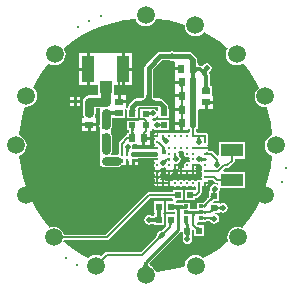
<source format=gbl>
G04*
G04 #@! TF.GenerationSoftware,Altium Limited,Altium Designer,19.1.5 (86)*
G04*
G04 Layer_Physical_Order=2*
G04 Layer_Color=16711680*
%FSAX25Y25*%
%MOIN*%
G70*
G01*
G75*
%ADD12C,0.00787*%
%ADD19C,0.01181*%
%ADD20C,0.00598*%
%ADD21C,0.00984*%
%ADD22C,0.01575*%
%ADD23C,0.00984*%
%ADD24C,0.05906*%
%ADD25C,0.01968*%
%ADD26C,0.01575*%
%ADD27R,0.01417X0.00984*%
%ADD28R,0.02520X0.02362*%
%ADD29R,0.02362X0.02520*%
%ADD30R,0.03937X0.03937*%
%ADD31R,0.04134X0.08661*%
%ADD32R,0.02441X0.02244*%
%ADD33R,0.00787X0.01181*%
%ADD34R,0.02362X0.01968*%
%ADD35R,0.01772X0.01181*%
%ADD36R,0.01968X0.02362*%
%ADD37C,0.01063*%
%ADD38R,0.07480X0.04331*%
%ADD39C,0.02953*%
G36*
X0156175Y0202143D02*
X0159834Y0201661D01*
X0163437Y0200862D01*
X0165476Y0200219D01*
X0165438Y0199928D01*
X0165560Y0199000D01*
X0165918Y0198136D01*
X0166488Y0197394D01*
X0167230Y0196824D01*
X0168094Y0196466D01*
X0169021Y0196344D01*
X0169949Y0196466D01*
X0170813Y0196824D01*
X0171555Y0197394D01*
X0171735Y0197628D01*
X0173640Y0196636D01*
X0176753Y0194653D01*
X0179680Y0192406D01*
X0179827Y0192272D01*
X0179700Y0192107D01*
X0179342Y0191242D01*
X0179220Y0190315D01*
X0179342Y0189388D01*
X0179700Y0188523D01*
X0180269Y0187781D01*
X0181011Y0187212D01*
X0181876Y0186854D01*
X0182803Y0186732D01*
X0183731Y0186854D01*
X0184595Y0187212D01*
X0185074Y0186958D01*
X0187141Y0184264D01*
X0189124Y0181152D01*
X0190159Y0179165D01*
X0189794Y0178885D01*
X0189225Y0178143D01*
X0188867Y0177278D01*
X0188745Y0176351D01*
X0188867Y0175423D01*
X0189225Y0174559D01*
X0189794Y0173817D01*
X0190536Y0173248D01*
X0191401Y0172890D01*
X0192328Y0172767D01*
X0192759Y0172824D01*
X0193350Y0170949D01*
X0194149Y0167346D01*
X0194631Y0163687D01*
X0194647Y0163314D01*
X0193976Y0163036D01*
X0193234Y0162467D01*
X0192664Y0161725D01*
X0192306Y0160861D01*
X0192184Y0159933D01*
X0192306Y0159006D01*
X0192664Y0158141D01*
X0193234Y0157399D01*
X0193976Y0156830D01*
X0194641Y0156554D01*
X0194631Y0156313D01*
X0194149Y0152654D01*
X0193350Y0149051D01*
X0192241Y0145531D01*
X0190828Y0142122D01*
X0189124Y0138848D01*
X0187141Y0135736D01*
X0184895Y0132808D01*
X0184646Y0132536D01*
X0184124Y0132753D01*
X0183197Y0132875D01*
X0182269Y0132753D01*
X0181405Y0132395D01*
X0180663Y0131825D01*
X0180094Y0131083D01*
X0179736Y0130219D01*
X0179613Y0129291D01*
X0179736Y0128364D01*
X0179952Y0127842D01*
X0179680Y0127594D01*
X0176753Y0125347D01*
X0173640Y0123364D01*
X0171657Y0122332D01*
X0171600Y0122406D01*
X0170858Y0122975D01*
X0169994Y0123333D01*
X0169067Y0123455D01*
X0168139Y0123333D01*
X0167275Y0122975D01*
X0166533Y0122406D01*
X0165963Y0121664D01*
X0165605Y0120800D01*
X0165483Y0119872D01*
X0165494Y0119786D01*
X0163437Y0119138D01*
X0159834Y0118339D01*
X0156175Y0117857D01*
X0155857Y0117843D01*
X0155591Y0118485D01*
X0155022Y0119227D01*
X0154468Y0119652D01*
X0154449Y0119696D01*
X0154386Y0119722D01*
X0154348Y0119778D01*
X0154174Y0119891D01*
X0154043Y0119992D01*
X0153934Y0120096D01*
X0153844Y0120201D01*
X0153770Y0120309D01*
X0153711Y0120420D01*
X0153665Y0120538D01*
X0153655Y0120576D01*
X0164053Y0130974D01*
X0164678Y0131009D01*
X0164762Y0130947D01*
Y0130501D01*
X0164756Y0130490D01*
X0164762Y0130470D01*
Y0130446D01*
X0164752Y0130422D01*
X0164762Y0130397D01*
Y0129794D01*
X0164762Y0129794D01*
X0164881Y0129294D01*
X0164770Y0128740D01*
X0164893Y0128122D01*
X0165244Y0127598D01*
X0165768Y0127248D01*
X0166386Y0127125D01*
X0167004Y0127248D01*
X0167528Y0127598D01*
X0167878Y0128122D01*
X0168001Y0128740D01*
X0167891Y0129294D01*
X0167931Y0129794D01*
X0167931Y0129794D01*
X0167931Y0129794D01*
Y0130313D01*
X0167968Y0130402D01*
X0167952Y0130441D01*
X0167964Y0130482D01*
X0167931Y0130541D01*
Y0131646D01*
X0168394Y0131834D01*
X0168699Y0131558D01*
Y0131389D01*
X0168684Y0131319D01*
X0168699Y0131295D01*
Y0129794D01*
X0171868D01*
Y0133356D01*
X0170286D01*
X0170223Y0133381D01*
X0170170Y0133359D01*
X0170114Y0133371D01*
X0170090Y0133356D01*
X0170034D01*
X0169988Y0133388D01*
X0169723Y0133615D01*
X0169566Y0133767D01*
X0169516Y0133999D01*
X0169868Y0134479D01*
X0171752D01*
X0171783Y0134457D01*
X0171856Y0134470D01*
X0171925Y0134441D01*
X0172015Y0134479D01*
X0172537D01*
Y0134620D01*
X0172592Y0134625D01*
X0172720Y0134626D01*
X0172790Y0134656D01*
X0173605D01*
X0173626Y0134642D01*
X0173688Y0134653D01*
X0173746Y0134626D01*
X0173821Y0134624D01*
X0173863Y0134619D01*
X0173895Y0134613D01*
X0173918Y0134607D01*
X0173931Y0134601D01*
X0173938Y0134598D01*
X0173941Y0134596D01*
X0173943Y0134594D01*
X0173946Y0134591D01*
X0173971Y0134556D01*
X0174070Y0134495D01*
X0174181Y0134330D01*
X0174705Y0133980D01*
X0175323Y0133857D01*
X0175941Y0133980D01*
X0176465Y0134330D01*
X0176815Y0134854D01*
X0176938Y0135472D01*
X0176815Y0136091D01*
X0176465Y0136615D01*
X0175941Y0136965D01*
X0175514Y0137050D01*
X0175564Y0137550D01*
X0175598D01*
X0175646Y0137546D01*
X0175649Y0137550D01*
X0176986D01*
Y0137550D01*
X0177486Y0137704D01*
X0177579Y0137642D01*
X0178197Y0137519D01*
X0178815Y0137642D01*
X0179339Y0137992D01*
X0179689Y0138516D01*
X0179812Y0139134D01*
X0179689Y0139752D01*
X0179339Y0140276D01*
X0178815Y0140626D01*
X0178197Y0140749D01*
X0177579Y0140626D01*
X0177486Y0140564D01*
X0176986Y0140718D01*
X0176986Y0140718D01*
X0175113D01*
X0174915Y0141174D01*
X0175265Y0141483D01*
X0175274Y0141487D01*
X0175459D01*
X0175581Y0141468D01*
X0175606Y0141487D01*
X0176986D01*
Y0144655D01*
X0176986Y0144655D01*
X0177071Y0145120D01*
X0177135Y0145439D01*
X0177316Y0145660D01*
X0185490D01*
Y0151190D01*
X0178510D01*
X0178319Y0151653D01*
X0179096Y0152430D01*
X0179693D01*
X0180044Y0152499D01*
X0180341Y0152698D01*
X0181798Y0154155D01*
X0181997Y0154452D01*
X0182067Y0154803D01*
X0182066Y0154803D01*
Y0155428D01*
X0182098Y0155499D01*
X0182098Y0155502D01*
X0185490D01*
Y0161033D01*
X0176810D01*
Y0156662D01*
X0176347Y0156471D01*
X0174858Y0157960D01*
X0174530Y0158180D01*
X0174142Y0158257D01*
X0173456D01*
X0173276Y0158479D01*
X0173220Y0158642D01*
X0173199Y0158769D01*
X0173201Y0158787D01*
X0173226Y0158913D01*
X0173172D01*
Y0158913D01*
X0173064Y0158912D01*
X0172790Y0158894D01*
X0172715Y0158884D01*
X0172590Y0158855D01*
X0172539Y0158837D01*
X0172496Y0158817D01*
X0172462Y0158795D01*
Y0158913D01*
X0172134D01*
Y0159512D01*
X0172462D01*
Y0159631D01*
X0172496Y0159608D01*
X0172539Y0159588D01*
X0172590Y0159570D01*
X0172648Y0159555D01*
X0172715Y0159541D01*
X0172873Y0159522D01*
X0172965Y0159517D01*
X0173171Y0159512D01*
X0173226D01*
X0173198Y0159653D01*
X0172949Y0160027D01*
X0173071Y0160547D01*
X0173200Y0160740D01*
X0173287Y0161181D01*
X0173200Y0161623D01*
X0173187Y0161642D01*
X0173178Y0162281D01*
X0173178Y0162401D01*
X0173183Y0162683D01*
X0173200Y0162708D01*
X0173287Y0163150D01*
X0173200Y0163591D01*
X0172950Y0163965D01*
X0172575Y0164215D01*
X0172134Y0164303D01*
X0171692Y0164215D01*
X0171673Y0164202D01*
X0171034Y0164193D01*
X0170914Y0164194D01*
X0170632Y0164199D01*
X0170607Y0164215D01*
X0170165Y0164303D01*
X0169724Y0164215D01*
X0169608Y0164236D01*
X0169210Y0164685D01*
Y0165204D01*
X0169240Y0165271D01*
X0169243Y0165403D01*
X0169248Y0165463D01*
X0169976D01*
Y0168400D01*
X0169998Y0168433D01*
X0169985Y0168504D01*
X0170013Y0168571D01*
X0169976Y0168661D01*
Y0169183D01*
X0169941D01*
X0169778Y0169610D01*
X0169976Y0170030D01*
X0169976D01*
Y0170552D01*
X0170013Y0170642D01*
X0169985Y0170709D01*
X0169998Y0170780D01*
X0169976Y0170812D01*
Y0171798D01*
X0170346Y0172110D01*
X0172106D01*
Y0173078D01*
X0172076Y0173098D01*
X0172025Y0173116D01*
X0171968Y0173122D01*
X0172106D01*
Y0174291D01*
X0172606D01*
Y0174791D01*
X0174866D01*
Y0176472D01*
X0174466D01*
Y0179852D01*
X0173913D01*
X0173908Y0179864D01*
X0173886Y0179949D01*
X0173865Y0180073D01*
X0173852Y0180231D01*
X0173846Y0180438D01*
X0173820Y0180496D01*
Y0183228D01*
X0173728Y0183693D01*
X0173642Y0183821D01*
X0173540Y0184066D01*
X0173709Y0184346D01*
X0173811Y0184490D01*
X0173985Y0184606D01*
X0174335Y0185130D01*
X0174458Y0185748D01*
X0174335Y0186366D01*
X0173985Y0186890D01*
X0173461Y0187240D01*
X0172843Y0187363D01*
X0172224Y0187240D01*
X0171700Y0186890D01*
X0171350Y0186366D01*
X0170859Y0186461D01*
X0170643Y0186504D01*
X0170564Y0186537D01*
X0170525Y0186555D01*
X0170522Y0186555D01*
X0170522Y0186555D01*
X0170515Y0186555D01*
X0170417Y0186557D01*
X0169976Y0186799D01*
X0169939Y0186889D01*
Y0187411D01*
X0169659D01*
X0169650Y0187456D01*
X0169598Y0188105D01*
X0169594Y0188382D01*
X0169572Y0188434D01*
Y0188465D01*
X0169464Y0189006D01*
X0169158Y0189465D01*
X0167937Y0190685D01*
X0167478Y0190992D01*
X0166937Y0191100D01*
X0162085D01*
X0161910Y0191217D01*
X0161292Y0191340D01*
X0160674Y0191217D01*
X0160498Y0191100D01*
X0157252D01*
X0156711Y0190992D01*
X0156252Y0190685D01*
X0152393Y0186827D01*
X0152087Y0186368D01*
X0151979Y0185827D01*
Y0176693D01*
X0151958Y0176648D01*
X0151944Y0176389D01*
X0151912Y0176207D01*
X0151866Y0176070D01*
X0151812Y0175969D01*
X0151751Y0175895D01*
X0151676Y0175833D01*
X0151576Y0175779D01*
X0151438Y0175734D01*
X0151257Y0175702D01*
X0150997Y0175688D01*
X0150953Y0175667D01*
X0150904Y0175676D01*
X0150890Y0175667D01*
X0149378D01*
X0148837Y0175559D01*
X0148378Y0175252D01*
X0147039Y0173914D01*
X0146732Y0173455D01*
X0146649Y0173037D01*
X0146603Y0172934D01*
X0146591Y0172549D01*
X0146437Y0172426D01*
X0146352Y0172402D01*
X0145890Y0172749D01*
Y0174067D01*
X0143630D01*
Y0174567D01*
X0143130D01*
Y0176748D01*
X0142192D01*
X0141750Y0176888D01*
Y0177410D01*
X0141787Y0177500D01*
X0141750Y0177591D01*
Y0177627D01*
X0141755Y0177700D01*
X0141750Y0177707D01*
Y0179603D01*
X0141921Y0180032D01*
X0144488D01*
Y0185362D01*
Y0190693D01*
X0141921D01*
Y0190679D01*
X0136441D01*
Y0190693D01*
X0133874D01*
Y0185362D01*
Y0180032D01*
X0136441D01*
X0136613Y0179603D01*
Y0177707D01*
X0136607Y0177700D01*
X0136613Y0177627D01*
Y0177591D01*
X0136575Y0177500D01*
X0136613Y0177410D01*
Y0176888D01*
X0136230Y0176605D01*
X0133669D01*
X0133669Y0176605D01*
X0132859Y0176444D01*
X0132172Y0175985D01*
X0132133Y0175946D01*
X0131674Y0175259D01*
X0131513Y0174449D01*
Y0170646D01*
X0131674Y0169835D01*
X0131774Y0169686D01*
Y0169043D01*
X0131374D01*
Y0167362D01*
X0135894D01*
Y0169043D01*
X0135494D01*
Y0169688D01*
X0135590Y0169832D01*
X0135751Y0170642D01*
X0135747Y0170662D01*
Y0172371D01*
X0137361D01*
Y0171800D01*
X0137225Y0171598D01*
X0137064Y0170787D01*
Y0166896D01*
X0137005Y0166598D01*
X0137166Y0165788D01*
X0137321Y0165556D01*
Y0165061D01*
X0137321Y0164778D01*
X0137321D01*
Y0164561D01*
X0137321D01*
Y0163733D01*
X0137225Y0163590D01*
X0137064Y0162779D01*
Y0158455D01*
X0137225Y0157645D01*
X0137361Y0157442D01*
Y0156733D01*
X0137361D01*
Y0156476D01*
X0137361D01*
Y0155767D01*
X0137225Y0155565D01*
X0137064Y0154754D01*
X0137225Y0153944D01*
X0137361Y0153742D01*
Y0153032D01*
X0138021D01*
X0138371Y0152798D01*
X0139181Y0152637D01*
X0142754D01*
X0143565Y0152798D01*
X0144251Y0153257D01*
X0144261Y0153267D01*
X0144492Y0153613D01*
X0144992Y0153574D01*
Y0153291D01*
X0145886D01*
Y0154882D01*
X0146886D01*
Y0153291D01*
X0147854D01*
Y0154882D01*
X0148354D01*
Y0155382D01*
X0149748D01*
Y0155830D01*
X0154841D01*
X0155047Y0155575D01*
X0155348D01*
Y0155575D01*
X0155456Y0155576D01*
X0155730Y0155594D01*
X0155805Y0155605D01*
X0155930Y0155633D01*
X0155981Y0155651D01*
X0156023Y0155671D01*
X0156057Y0155693D01*
Y0155575D01*
X0156386D01*
Y0154976D01*
X0156057D01*
Y0154858D01*
X0156023Y0154880D01*
X0155981Y0154900D01*
X0155930Y0154918D01*
X0155871Y0154934D01*
X0155805Y0154947D01*
X0155646Y0154966D01*
X0155555Y0154972D01*
X0155348Y0154976D01*
Y0154976D01*
X0155293D01*
X0155322Y0154835D01*
X0155571Y0154461D01*
X0155449Y0153941D01*
X0155320Y0153749D01*
X0155232Y0153307D01*
X0155320Y0152866D01*
X0155449Y0152673D01*
X0155571Y0152153D01*
X0155322Y0151779D01*
X0155293Y0151638D01*
X0156386D01*
X0156714D01*
Y0151757D01*
X0156748Y0151734D01*
X0156791Y0151714D01*
X0156842Y0151696D01*
X0156900Y0151681D01*
X0156967Y0151667D01*
X0157125Y0151648D01*
X0157217Y0151643D01*
X0157423Y0151638D01*
Y0151638D01*
X0157478D01*
X0157450Y0151779D01*
X0157382Y0151882D01*
X0157530Y0152489D01*
X0157736Y0152602D01*
X0158354Y0152479D01*
X0158973Y0152602D01*
X0159179Y0152489D01*
X0159327Y0151882D01*
X0159258Y0151779D01*
X0159230Y0151638D01*
X0159285D01*
Y0151638D01*
X0159393Y0151639D01*
X0159667Y0151657D01*
X0159742Y0151667D01*
X0159867Y0151696D01*
X0159918Y0151714D01*
X0159960Y0151734D01*
X0159994Y0151757D01*
Y0151638D01*
X0160323D01*
X0161415D01*
X0161387Y0151779D01*
X0161382Y0151787D01*
X0161499Y0152131D01*
X0161843Y0152248D01*
X0161851Y0152243D01*
X0161992Y0152215D01*
Y0153307D01*
X0162291D01*
Y0153606D01*
X0163384D01*
X0163356Y0153748D01*
X0163178Y0154015D01*
X0163591Y0154291D01*
X0163941Y0154815D01*
X0164064Y0155433D01*
X0163941Y0156051D01*
X0163591Y0156575D01*
X0163414Y0156748D01*
X0163410Y0156754D01*
X0163398Y0156763D01*
X0163357Y0156803D01*
X0163445Y0157244D01*
X0163357Y0157686D01*
X0163343Y0157707D01*
X0163454Y0158050D01*
X0163797Y0158161D01*
X0163818Y0158147D01*
X0164260Y0158059D01*
X0164701Y0158147D01*
X0164893Y0158275D01*
X0164913Y0158279D01*
X0165002Y0158240D01*
X0165264Y0157863D01*
X0165265Y0157839D01*
X0165163Y0157686D01*
X0165075Y0157244D01*
X0165163Y0156803D01*
X0165413Y0156428D01*
X0165787Y0156178D01*
X0166228Y0156090D01*
X0166670Y0156178D01*
X0166705Y0156202D01*
X0166971Y0156121D01*
X0167131Y0155717D01*
X0167043Y0155276D01*
X0167131Y0154834D01*
X0167189Y0154747D01*
X0167045Y0154458D01*
X0166757Y0154314D01*
X0166670Y0154373D01*
X0166228Y0154461D01*
X0165787Y0154373D01*
X0165413Y0154123D01*
X0165163Y0153749D01*
X0165075Y0153307D01*
X0165163Y0152866D01*
X0165291Y0152673D01*
X0165309Y0152598D01*
X0164867Y0152292D01*
X0164701Y0152403D01*
X0164559Y0152431D01*
Y0151339D01*
Y0150246D01*
X0164701Y0150274D01*
X0165075Y0150524D01*
X0165414D01*
X0165787Y0150274D01*
X0165929Y0150246D01*
Y0151339D01*
X0166527D01*
Y0150246D01*
X0166669Y0150274D01*
X0166862Y0150403D01*
X0167213Y0150485D01*
X0167563Y0150403D01*
X0167756Y0150274D01*
X0167898Y0150246D01*
Y0151339D01*
X0168197D01*
Y0151638D01*
X0169289D01*
X0169261Y0151779D01*
X0169132Y0151972D01*
X0169051Y0152323D01*
X0169132Y0152674D01*
X0169261Y0152866D01*
X0169289Y0153008D01*
X0168197D01*
Y0153606D01*
X0169510D01*
X0169529Y0153624D01*
X0169766Y0153771D01*
X0170323Y0153660D01*
X0170550Y0153705D01*
X0170975Y0153311D01*
X0170985Y0153282D01*
X0171068Y0152866D01*
X0171196Y0152674D01*
X0171279Y0152323D01*
X0171196Y0151972D01*
X0171068Y0151780D01*
X0170980Y0151339D01*
X0171068Y0150897D01*
X0171318Y0150523D01*
Y0150186D01*
X0171068Y0149812D01*
X0170980Y0149370D01*
X0171068Y0148929D01*
X0171126Y0148841D01*
X0170983Y0148553D01*
X0170694Y0148409D01*
X0170607Y0148467D01*
X0170165Y0148555D01*
X0169724Y0148467D01*
X0169350Y0148217D01*
X0169013D01*
X0168638Y0148467D01*
X0168197Y0148555D01*
X0167755Y0148467D01*
X0167381Y0148217D01*
X0167044D01*
X0166670Y0148467D01*
X0166228Y0148555D01*
X0165787Y0148467D01*
X0165595Y0148339D01*
X0165244Y0148257D01*
X0164893Y0148339D01*
X0164701Y0148467D01*
X0164260Y0148555D01*
X0163818Y0148467D01*
X0163627Y0148339D01*
X0163276Y0148257D01*
X0162924Y0148339D01*
X0162733Y0148467D01*
X0162291Y0148555D01*
X0161850Y0148467D01*
X0161657Y0148339D01*
X0161137Y0148216D01*
X0160764Y0148466D01*
X0160622Y0148494D01*
Y0147402D01*
Y0146309D01*
X0160764Y0146337D01*
X0161137Y0146587D01*
X0161657Y0146465D01*
X0161850Y0146336D01*
X0162291Y0146248D01*
X0162733Y0146336D01*
X0162924Y0146464D01*
X0163276Y0146546D01*
X0163627Y0146464D01*
X0163818Y0146336D01*
X0164260Y0146248D01*
X0164701Y0146336D01*
X0164893Y0146464D01*
X0165244Y0146546D01*
X0165595Y0146464D01*
X0165787Y0146336D01*
X0166228Y0146248D01*
X0166670Y0146336D01*
X0167044Y0146586D01*
X0167381D01*
X0167755Y0146336D01*
X0168197Y0146248D01*
X0168638Y0146336D01*
X0168716Y0146388D01*
X0168891Y0146377D01*
X0168953Y0146360D01*
X0169248Y0146142D01*
Y0145228D01*
X0168757Y0145206D01*
Y0145206D01*
X0165589D01*
Y0141644D01*
X0168757D01*
Y0142477D01*
X0168761Y0142477D01*
X0168832Y0142508D01*
X0169220D01*
X0169571Y0142578D01*
X0169869Y0142777D01*
X0170814Y0143722D01*
X0171012Y0144019D01*
X0171082Y0144370D01*
Y0146144D01*
X0171362Y0146355D01*
X0171434Y0146375D01*
X0171615Y0146389D01*
X0171693Y0146337D01*
X0171835Y0146309D01*
Y0146365D01*
X0171833Y0146472D01*
X0171816Y0146745D01*
X0171805Y0146820D01*
X0171776Y0146946D01*
X0171759Y0146996D01*
X0171739Y0147039D01*
X0171716Y0147073D01*
X0171835D01*
Y0147402D01*
X0172134D01*
Y0147701D01*
X0173226D01*
X0173198Y0147842D01*
X0173146Y0147921D01*
X0173157Y0148096D01*
X0173175Y0148162D01*
X0173391Y0148453D01*
X0174943D01*
X0175619Y0147777D01*
X0175917Y0147578D01*
X0176268Y0147508D01*
X0176544D01*
X0176628Y0147171D01*
X0176180Y0146903D01*
X0176138Y0146931D01*
X0175520Y0147054D01*
X0174901Y0146931D01*
X0174378Y0146581D01*
X0174027Y0146057D01*
X0173904Y0145439D01*
X0173961Y0145155D01*
X0173585Y0144658D01*
X0173573Y0144655D01*
X0173424D01*
Y0142996D01*
X0173388Y0142887D01*
X0173414Y0142837D01*
X0173405Y0142781D01*
X0173424Y0142756D01*
Y0142742D01*
X0173395Y0142702D01*
X0173167Y0142434D01*
X0173012Y0142275D01*
X0172985Y0142205D01*
X0172021Y0141241D01*
X0171954Y0141216D01*
X0171632Y0140914D01*
X0171518Y0140821D01*
X0171483Y0140797D01*
X0171461D01*
X0171460Y0140798D01*
X0171451Y0140797D01*
X0171392D01*
X0171352Y0140819D01*
X0171278Y0140797D01*
X0169565D01*
Y0138687D01*
X0169510Y0138682D01*
X0169382Y0138681D01*
X0169312Y0138651D01*
X0168508D01*
X0168482Y0138668D01*
X0168394Y0138651D01*
X0168315D01*
X0168227Y0138668D01*
X0168201Y0138651D01*
X0167475D01*
X0167405Y0138681D01*
X0167271Y0138683D01*
X0167222Y0138685D01*
Y0140797D01*
X0164964D01*
X0164955Y0140802D01*
X0164945Y0140800D01*
X0164862Y0140834D01*
X0164772Y0140797D01*
X0164250D01*
Y0140724D01*
X0164041Y0140710D01*
X0163874Y0140708D01*
X0163807Y0140680D01*
X0163416D01*
X0163393Y0140696D01*
X0163315Y0140680D01*
X0163216D01*
X0163138Y0140696D01*
X0163115Y0140680D01*
X0162894D01*
X0162843Y0140693D01*
X0162808Y0140708D01*
X0162777Y0140709D01*
X0162419Y0140797D01*
Y0141348D01*
X0162796Y0141644D01*
X0164821D01*
Y0145206D01*
X0161652D01*
Y0144374D01*
X0161648Y0144374D01*
X0161577Y0144342D01*
X0153669D01*
X0153318Y0144272D01*
X0153021Y0144073D01*
X0139156Y0130208D01*
X0125242D01*
X0125241Y0130219D01*
X0124883Y0131083D01*
X0124313Y0131825D01*
X0123571Y0132395D01*
X0122707Y0132753D01*
X0121780Y0132875D01*
X0120852Y0132753D01*
X0120330Y0132536D01*
X0120082Y0132808D01*
X0117835Y0135736D01*
X0115852Y0138848D01*
X0114148Y0142122D01*
X0112736Y0145531D01*
X0111626Y0149051D01*
X0110827Y0152654D01*
X0110345Y0156313D01*
X0110335Y0156565D01*
X0110973Y0156830D01*
X0111715Y0157399D01*
X0112284Y0158141D01*
X0112642Y0159006D01*
X0112765Y0159933D01*
X0112642Y0160861D01*
X0112284Y0161725D01*
X0111715Y0162467D01*
X0110973Y0163036D01*
X0110329Y0163303D01*
X0110345Y0163687D01*
X0110827Y0167346D01*
X0111626Y0170949D01*
X0112246Y0172914D01*
X0112685Y0172856D01*
X0113612Y0172978D01*
X0114476Y0173337D01*
X0115219Y0173906D01*
X0115788Y0174648D01*
X0116146Y0175512D01*
X0116268Y0176440D01*
X0116146Y0177367D01*
X0115788Y0178232D01*
X0115219Y0178974D01*
X0114861Y0179248D01*
X0115852Y0181152D01*
X0117835Y0184264D01*
X0119902Y0186958D01*
X0120381Y0187212D01*
X0121246Y0186854D01*
X0122173Y0186732D01*
X0123101Y0186854D01*
X0123965Y0187212D01*
X0124707Y0187781D01*
X0125277Y0188523D01*
X0125635Y0189388D01*
X0125757Y0190315D01*
X0125635Y0191242D01*
X0125277Y0192107D01*
X0125150Y0192272D01*
X0125296Y0192406D01*
X0128224Y0194653D01*
X0131336Y0196636D01*
X0134610Y0198340D01*
X0138020Y0199752D01*
X0141539Y0200862D01*
X0145142Y0201661D01*
X0148801Y0202143D01*
X0149119Y0202157D01*
X0149385Y0201515D01*
X0149954Y0200773D01*
X0150697Y0200204D01*
X0151561Y0199846D01*
X0152488Y0199724D01*
X0153416Y0199846D01*
X0154280Y0200204D01*
X0155022Y0200773D01*
X0155591Y0201515D01*
X0155857Y0202157D01*
X0156175Y0202143D01*
D02*
G37*
G36*
X0168949Y0188075D02*
X0169006Y0187366D01*
X0169040Y0187193D01*
X0169082Y0187051D01*
X0169132Y0186941D01*
X0169189Y0186862D01*
X0169254Y0186815D01*
X0169327Y0186799D01*
X0166988D01*
X0167061Y0186815D01*
X0167126Y0186862D01*
X0167183Y0186941D01*
X0167233Y0187051D01*
X0167275Y0187193D01*
X0167309Y0187366D01*
X0167336Y0187571D01*
X0167366Y0188075D01*
X0167370Y0188374D01*
X0168945D01*
X0168949Y0188075D01*
D02*
G37*
G36*
X0169338Y0186384D02*
X0169374Y0186284D01*
X0169433Y0186195D01*
X0169516Y0186118D01*
X0169622Y0186053D01*
X0169752Y0186000D01*
X0169905Y0185959D01*
X0170082Y0185929D01*
X0170283Y0185911D01*
X0170506Y0185906D01*
X0170520Y0185906D01*
Y0184724D01*
X0170505Y0184724D01*
X0170283Y0184720D01*
X0169905Y0184687D01*
X0169752Y0184657D01*
X0169622Y0184619D01*
X0169516Y0184573D01*
X0169433Y0184518D01*
X0169374Y0184455D01*
X0169338Y0184383D01*
X0169327Y0184303D01*
X0169217Y0184292D01*
X0169118Y0184256D01*
X0169032Y0184197D01*
X0168956Y0184114D01*
X0168893Y0184008D01*
X0168841Y0183878D01*
X0168800Y0183725D01*
X0168771Y0183547D01*
X0168754Y0183347D01*
X0168752Y0183269D01*
X0168754Y0183187D01*
X0168772Y0182985D01*
X0168801Y0182806D01*
X0168842Y0182651D01*
X0168896Y0182520D01*
X0168961Y0182412D01*
X0169037Y0182329D01*
X0169126Y0182269D01*
X0169226Y0182233D01*
X0169339Y0182220D01*
X0167025Y0182232D01*
X0167128Y0182244D01*
X0167220Y0182279D01*
X0167302Y0182338D01*
X0167372Y0182421D01*
X0167432Y0182527D01*
X0167480Y0182657D01*
X0167518Y0182811D01*
X0167545Y0182988D01*
X0167561Y0183189D01*
X0167563Y0183263D01*
X0167561Y0183347D01*
X0167544Y0183547D01*
X0167515Y0183725D01*
X0167474Y0183878D01*
X0167422Y0184008D01*
X0167359Y0184114D01*
X0167283Y0184197D01*
X0167197Y0184256D01*
X0167098Y0184292D01*
X0166988Y0184303D01*
X0169327D01*
Y0184721D01*
X0169028Y0184720D01*
Y0185910D01*
X0169327Y0185909D01*
Y0186496D01*
X0169338Y0186384D01*
D02*
G37*
G36*
X0173233Y0185107D02*
X0173081Y0184942D01*
X0172959Y0184782D01*
X0172972Y0184772D01*
X0172952Y0184766D01*
X0172947Y0184764D01*
X0172864Y0184625D01*
X0172799Y0184472D01*
X0172763Y0184324D01*
X0172757Y0184180D01*
X0172780Y0184040D01*
X0172832Y0183905D01*
X0172913Y0183773D01*
X0173024Y0183646D01*
X0171145Y0183854D01*
X0170937Y0185732D01*
X0171064Y0185622D01*
X0171196Y0185541D01*
X0171332Y0185489D01*
X0171471Y0185466D01*
X0171615Y0185472D01*
X0171764Y0185508D01*
X0171868Y0185552D01*
X0171870Y0185564D01*
X0171870Y0185599D01*
X0171909Y0185570D01*
X0171916Y0185572D01*
X0172073Y0185666D01*
X0172233Y0185790D01*
X0172398Y0185942D01*
X0173233Y0185107D01*
D02*
G37*
G36*
X0160674Y0188232D02*
X0161292Y0188109D01*
X0161910Y0188232D01*
X0162195Y0187821D01*
X0162197Y0187811D01*
X0162197D01*
Y0186051D01*
X0163200D01*
X0163215Y0186093D01*
X0163221Y0186150D01*
Y0186051D01*
X0164378D01*
Y0185051D01*
X0163221D01*
Y0184953D01*
X0163215Y0185010D01*
X0163200Y0185051D01*
X0162197D01*
Y0183291D01*
X0162197D01*
X0162234Y0183244D01*
Y0181575D01*
X0162283Y0181533D01*
X0162349Y0181484D01*
X0163225D01*
X0163240Y0181526D01*
X0163246Y0181583D01*
Y0181484D01*
X0164415D01*
Y0180484D01*
X0163246D01*
Y0180386D01*
X0163240Y0180443D01*
X0163225Y0180484D01*
X0162349D01*
X0162283Y0180436D01*
X0162234Y0180394D01*
Y0178724D01*
X0162234D01*
Y0178717D01*
X0162234D01*
Y0177151D01*
X0162290Y0177088D01*
X0162362Y0177018D01*
X0162435Y0176957D01*
X0162436Y0176957D01*
X0163225D01*
X0163240Y0176998D01*
X0163246Y0177055D01*
Y0176957D01*
X0164415D01*
Y0175957D01*
X0163246D01*
Y0175858D01*
X0163240Y0175915D01*
X0163225Y0175957D01*
X0162329D01*
X0162279Y0175924D01*
X0162234Y0175891D01*
Y0174197D01*
X0162234D01*
Y0174150D01*
X0162234D01*
Y0172515D01*
X0162244Y0172505D01*
X0162323Y0172438D01*
X0162389Y0172390D01*
X0163225D01*
X0163240Y0172431D01*
X0163246Y0172488D01*
Y0172390D01*
X0164415D01*
Y0171390D01*
X0163246D01*
Y0171291D01*
X0163240Y0171348D01*
X0163225Y0171390D01*
X0162389D01*
X0162323Y0171341D01*
X0162244Y0171275D01*
X0162234Y0171265D01*
Y0169630D01*
X0162234D01*
Y0169583D01*
X0162234D01*
Y0167823D01*
X0162243D01*
X0162260Y0168032D01*
X0162329Y0167954D01*
X0162401Y0167885D01*
X0162475Y0167823D01*
X0162475Y0167823D01*
X0163225D01*
X0163240Y0167864D01*
X0163246Y0167921D01*
Y0167823D01*
X0164415D01*
Y0167323D01*
X0164915D01*
Y0165063D01*
X0166596D01*
Y0165463D01*
X0167145D01*
X0167150Y0165403D01*
X0167154Y0165271D01*
X0167184Y0165204D01*
Y0164473D01*
X0166958Y0164291D01*
X0166796Y0164236D01*
X0166674Y0164216D01*
X0166654Y0164219D01*
X0166228Y0164303D01*
X0165787Y0164215D01*
X0165595Y0164087D01*
X0165244Y0164005D01*
X0164893Y0164087D01*
X0164701Y0164215D01*
X0164260Y0164303D01*
X0163818Y0164215D01*
X0163444Y0163965D01*
X0163107D01*
X0162733Y0164215D01*
X0162291Y0164303D01*
X0161850Y0164215D01*
X0161476Y0163965D01*
X0161139D01*
X0160764Y0164215D01*
X0160323Y0164303D01*
X0159881Y0164215D01*
X0159690Y0164087D01*
X0159339Y0164005D01*
X0158987Y0164087D01*
X0158796Y0164215D01*
X0158354Y0164303D01*
X0157913Y0164215D01*
X0157720Y0164087D01*
X0157200Y0163964D01*
X0156827Y0164214D01*
X0156685Y0164242D01*
Y0163150D01*
X0156386D01*
Y0162850D01*
X0156057D01*
Y0162732D01*
X0156023Y0162754D01*
X0155981Y0162774D01*
X0155930Y0162792D01*
X0155871Y0162808D01*
X0155805Y0162821D01*
X0155646Y0162840D01*
X0155555Y0162846D01*
X0155348Y0162850D01*
Y0162850D01*
X0155293D01*
X0155322Y0162709D01*
X0155571Y0162335D01*
X0155449Y0161815D01*
X0155320Y0161623D01*
X0155232Y0161181D01*
X0155320Y0160740D01*
X0155449Y0160547D01*
X0155571Y0160027D01*
X0155322Y0159653D01*
X0155293Y0159512D01*
X0155348D01*
D01*
X0155456Y0159513D01*
X0155730Y0159531D01*
X0155805Y0159541D01*
X0155930Y0159570D01*
X0155981Y0159588D01*
X0156023Y0159608D01*
X0156057Y0159631D01*
Y0159512D01*
X0156386D01*
Y0158913D01*
X0156057D01*
Y0158795D01*
X0156023Y0158817D01*
X0155981Y0158837D01*
X0155930Y0158855D01*
X0155871Y0158871D01*
X0155805Y0158884D01*
X0155646Y0158903D01*
X0155555Y0158909D01*
X0155348Y0158913D01*
X0155047D01*
X0154841Y0158659D01*
X0148384D01*
X0148340Y0158675D01*
X0147978Y0159093D01*
X0148040Y0159409D01*
X0147923Y0160002D01*
X0147918Y0160090D01*
X0148175Y0160502D01*
X0149638D01*
Y0160102D01*
X0151319D01*
Y0162362D01*
X0151819D01*
Y0162862D01*
X0152988D01*
Y0162921D01*
X0152994Y0162864D01*
X0152995Y0162862D01*
X0154000D01*
X0154000Y0164622D01*
X0154480Y0164669D01*
X0154591D01*
Y0165265D01*
X0155091Y0165482D01*
X0155453Y0165240D01*
X0156071Y0165117D01*
X0156194Y0165141D01*
X0156691Y0165148D01*
X0156691Y0165148D01*
X0156691Y0165148D01*
X0160254D01*
Y0168316D01*
X0156691D01*
X0156691Y0168317D01*
Y0168316D01*
X0156194Y0168323D01*
X0156071Y0168348D01*
X0155453Y0168225D01*
X0155242Y0168084D01*
X0154739Y0168288D01*
X0154667Y0168590D01*
X0154950Y0169034D01*
X0155468Y0169138D01*
X0155993Y0169488D01*
X0156191Y0169785D01*
X0156691Y0169633D01*
Y0169085D01*
X0160254D01*
Y0171488D01*
X0160282Y0171533D01*
X0160269Y0171589D01*
X0160291Y0171642D01*
X0160254Y0171732D01*
Y0172254D01*
X0159951D01*
X0159940Y0172324D01*
X0159913Y0172670D01*
X0159909Y0172885D01*
X0159864Y0172988D01*
X0159779Y0173415D01*
X0159473Y0173874D01*
X0158095Y0175252D01*
X0157636Y0175559D01*
X0157095Y0175667D01*
X0155898D01*
X0155883Y0175676D01*
X0155835Y0175667D01*
X0155790Y0175688D01*
X0155531Y0175702D01*
X0155349Y0175734D01*
X0155211Y0175779D01*
X0155111Y0175833D01*
X0155036Y0175895D01*
X0154975Y0175969D01*
X0154921Y0176070D01*
X0154875Y0176207D01*
X0154843Y0176389D01*
X0154830Y0176648D01*
X0154808Y0176693D01*
Y0185241D01*
X0157838Y0188270D01*
X0160616D01*
X0160674Y0188232D01*
D02*
G37*
G36*
X0144172Y0181037D02*
X0144121Y0181020D01*
X0144076Y0180990D01*
X0144037Y0180948D01*
X0144004Y0180894D01*
X0143977Y0180828D01*
X0143956Y0180750D01*
X0143941Y0180660D01*
X0143932Y0180559D01*
X0143929Y0180445D01*
X0143331D01*
X0143328Y0180559D01*
X0143319Y0180660D01*
X0143304Y0180750D01*
X0143283Y0180828D01*
X0143256Y0180894D01*
X0143223Y0180948D01*
X0143184Y0180990D01*
X0143139Y0181020D01*
X0143088Y0181037D01*
X0143032Y0181044D01*
X0144228D01*
X0144172Y0181037D01*
D02*
G37*
G36*
X0173203Y0180194D02*
X0173221Y0179992D01*
X0173250Y0179813D01*
X0173291Y0179657D01*
X0173345Y0179526D01*
X0173409Y0179419D01*
X0173486Y0179335D01*
X0173575Y0179276D01*
X0173675Y0179240D01*
X0173787Y0179228D01*
X0171425D01*
X0171537Y0179240D01*
X0171638Y0179276D01*
X0171726Y0179335D01*
X0171803Y0179419D01*
X0171868Y0179526D01*
X0171921Y0179657D01*
X0171963Y0179813D01*
X0171992Y0179992D01*
X0172010Y0180194D01*
X0172016Y0180421D01*
X0173197D01*
X0173203Y0180194D01*
D02*
G37*
G36*
X0164957Y0179742D02*
X0164906Y0179724D01*
X0164861Y0179693D01*
X0164822Y0179651D01*
X0164789Y0179596D01*
X0164762Y0179529D01*
X0164741Y0179449D01*
X0164726Y0179358D01*
X0164717Y0179254D01*
X0164714Y0179138D01*
X0164116D01*
X0164113Y0179254D01*
X0164104Y0179358D01*
X0164089Y0179449D01*
X0164068Y0179529D01*
X0164041Y0179596D01*
X0164008Y0179651D01*
X0163969Y0179693D01*
X0163924Y0179724D01*
X0163874Y0179742D01*
X0163817Y0179748D01*
X0165014D01*
X0164957Y0179742D01*
D02*
G37*
G36*
X0169291Y0179721D02*
X0169226Y0179673D01*
X0169169Y0179595D01*
X0169119Y0179484D01*
X0169077Y0179343D01*
X0169043Y0179169D01*
X0169016Y0178965D01*
X0169004Y0178758D01*
X0169043Y0178271D01*
X0169077Y0178098D01*
X0169119Y0177956D01*
X0169169Y0177846D01*
X0169226Y0177768D01*
X0169291Y0177720D01*
X0169364Y0177705D01*
X0167025D01*
X0167098Y0177720D01*
X0167163Y0177768D01*
X0167220Y0177846D01*
X0167270Y0177956D01*
X0167312Y0178098D01*
X0167346Y0178271D01*
X0167373Y0178476D01*
X0167385Y0178683D01*
X0167346Y0179169D01*
X0167312Y0179343D01*
X0167270Y0179484D01*
X0167220Y0179595D01*
X0167163Y0179673D01*
X0167098Y0179721D01*
X0167025Y0179736D01*
X0169364D01*
X0169291Y0179721D01*
D02*
G37*
G36*
X0164717Y0178187D02*
X0164726Y0178083D01*
X0164741Y0177992D01*
X0164762Y0177912D01*
X0164789Y0177845D01*
X0164822Y0177790D01*
X0164861Y0177747D01*
X0164906Y0177717D01*
X0164957Y0177699D01*
X0165014Y0177692D01*
X0163817D01*
X0163874Y0177699D01*
X0163924Y0177717D01*
X0163969Y0177747D01*
X0164008Y0177790D01*
X0164041Y0177845D01*
X0164068Y0177912D01*
X0164089Y0177992D01*
X0164104Y0178083D01*
X0164113Y0178187D01*
X0164116Y0178303D01*
X0164714D01*
X0164717Y0178187D01*
D02*
G37*
G36*
X0164957Y0175215D02*
X0164906Y0175196D01*
X0164861Y0175166D01*
X0164822Y0175123D01*
X0164789Y0175068D01*
X0164762Y0175001D01*
X0164741Y0174922D01*
X0164726Y0174830D01*
X0164717Y0174726D01*
X0164714Y0174610D01*
X0164116D01*
X0164113Y0174726D01*
X0164104Y0174830D01*
X0164089Y0174922D01*
X0164068Y0175001D01*
X0164041Y0175068D01*
X0164008Y0175123D01*
X0163969Y0175166D01*
X0163924Y0175196D01*
X0163874Y0175215D01*
X0163817Y0175221D01*
X0165014D01*
X0164957Y0175215D01*
D02*
G37*
G36*
X0141046Y0177471D02*
X0140965Y0177382D01*
X0140893Y0177234D01*
X0140830Y0177028D01*
X0140778Y0176762D01*
X0140734Y0176437D01*
X0140677Y0175610D01*
X0140657Y0174548D01*
X0137705D01*
X0137700Y0175109D01*
X0137585Y0176762D01*
X0137532Y0177028D01*
X0137469Y0177234D01*
X0137397Y0177382D01*
X0137316Y0177471D01*
X0137225Y0177500D01*
X0141138D01*
X0141046Y0177471D01*
D02*
G37*
G36*
X0154197Y0176315D02*
X0154244Y0176047D01*
X0154323Y0175811D01*
X0154433Y0175606D01*
X0154575Y0175433D01*
X0154748Y0175291D01*
X0154953Y0175181D01*
X0155189Y0175102D01*
X0155457Y0175055D01*
X0155756Y0175039D01*
X0153394Y0173465D01*
X0151031Y0175039D01*
X0151331Y0175055D01*
X0151598Y0175102D01*
X0151835Y0175181D01*
X0152039Y0175291D01*
X0152213Y0175433D01*
X0152354Y0175606D01*
X0152465Y0175811D01*
X0152543Y0176047D01*
X0152591Y0176315D01*
X0152606Y0176614D01*
X0154181D01*
X0154197Y0176315D01*
D02*
G37*
G36*
X0169291Y0175193D02*
X0169226Y0175146D01*
X0169169Y0175067D01*
X0169119Y0174957D01*
X0169077Y0174815D01*
X0169043Y0174642D01*
X0169016Y0174437D01*
X0169002Y0174207D01*
X0169043Y0173705D01*
X0169077Y0173531D01*
X0169119Y0173390D01*
X0169169Y0173279D01*
X0169226Y0173201D01*
X0169291Y0173153D01*
X0169364Y0173138D01*
X0167025D01*
X0167098Y0173153D01*
X0167163Y0173201D01*
X0167220Y0173279D01*
X0167270Y0173390D01*
X0167312Y0173531D01*
X0167346Y0173705D01*
X0167373Y0173909D01*
X0167387Y0174139D01*
X0167346Y0174642D01*
X0167312Y0174815D01*
X0167270Y0174957D01*
X0167220Y0175067D01*
X0167163Y0175146D01*
X0167098Y0175193D01*
X0167025Y0175209D01*
X0169364D01*
X0169291Y0175193D01*
D02*
G37*
G36*
X0164717Y0173620D02*
X0164726Y0173516D01*
X0164741Y0173425D01*
X0164762Y0173345D01*
X0164789Y0173278D01*
X0164822Y0173223D01*
X0164861Y0173180D01*
X0164906Y0173150D01*
X0164957Y0173132D01*
X0165014Y0173126D01*
X0163817D01*
X0163874Y0173132D01*
X0163924Y0173150D01*
X0163969Y0173180D01*
X0164008Y0173223D01*
X0164041Y0173278D01*
X0164068Y0173345D01*
X0164089Y0173425D01*
X0164104Y0173516D01*
X0164113Y0173620D01*
X0164116Y0173736D01*
X0164714D01*
X0164717Y0173620D01*
D02*
G37*
G36*
X0156621Y0172725D02*
X0156691Y0172254D01*
X0156691D01*
Y0171732D01*
X0156664Y0171667D01*
X0156194Y0171475D01*
X0156191Y0171475D01*
X0155993Y0171772D01*
X0155468Y0172122D01*
X0154850Y0172245D01*
X0154676Y0172211D01*
X0154191Y0172175D01*
X0154191Y0172175D01*
X0154191Y0172175D01*
X0150628D01*
Y0169138D01*
X0150628Y0169006D01*
X0150311Y0168638D01*
X0150228D01*
Y0168460D01*
X0149820Y0168238D01*
X0149728Y0168238D01*
X0146258D01*
Y0165069D01*
X0146987D01*
X0146993Y0165006D01*
X0146996Y0164877D01*
X0147026Y0164810D01*
Y0164481D01*
X0146996Y0164414D01*
X0146993Y0164282D01*
X0146988Y0164222D01*
X0146258D01*
Y0163371D01*
X0146201Y0163347D01*
X0145959Y0163298D01*
X0145630Y0163079D01*
X0143701Y0161150D01*
X0143481Y0160821D01*
X0143404Y0160433D01*
Y0157263D01*
X0143402Y0157241D01*
X0143186Y0156949D01*
X0143037Y0156826D01*
X0142764Y0156881D01*
X0142717Y0156871D01*
X0141002D01*
Y0157442D01*
X0141137Y0157645D01*
X0141298Y0158455D01*
Y0162779D01*
X0141137Y0163590D01*
X0141041Y0163733D01*
Y0164278D01*
X0141041Y0164561D01*
X0141041D01*
Y0164778D01*
X0141041D01*
Y0165704D01*
X0141137Y0165847D01*
X0141298Y0166658D01*
X0141298Y0166658D01*
Y0168939D01*
X0141770Y0169006D01*
Y0169006D01*
X0142292D01*
X0142382Y0168969D01*
X0142416Y0168983D01*
X0142452Y0168973D01*
X0142513Y0169006D01*
X0145490D01*
Y0172091D01*
X0145843Y0172273D01*
X0145898Y0172242D01*
X0146258Y0171922D01*
Y0171653D01*
X0146221Y0171563D01*
X0146245Y0171505D01*
X0146232Y0171444D01*
X0146258Y0171403D01*
Y0169006D01*
X0149820D01*
Y0171403D01*
X0149847Y0171444D01*
X0149834Y0171505D01*
X0149858Y0171563D01*
X0149820Y0171653D01*
Y0172175D01*
X0149820D01*
X0149812Y0172400D01*
X0150235Y0172837D01*
X0153252D01*
X0153266Y0172828D01*
X0153315Y0172837D01*
X0153472D01*
X0153521Y0172828D01*
X0153535Y0172837D01*
X0156509D01*
X0156621Y0172725D01*
D02*
G37*
G36*
X0159264Y0172640D02*
X0159294Y0172246D01*
X0159321Y0172085D01*
X0159355Y0171950D01*
X0159397Y0171839D01*
X0159447Y0171753D01*
X0159504Y0171691D01*
X0159569Y0171654D01*
X0159642Y0171642D01*
X0157303D01*
X0157376Y0171654D01*
X0157441Y0171691D01*
X0157498Y0171753D01*
X0157548Y0171839D01*
X0157590Y0171950D01*
X0157624Y0172085D01*
X0157651Y0172246D01*
X0157670Y0172430D01*
X0157685Y0172874D01*
X0159260D01*
X0159264Y0172640D01*
D02*
G37*
G36*
X0148831Y0172657D02*
X0148861Y0172225D01*
X0148888Y0172049D01*
X0148922Y0171900D01*
X0148964Y0171779D01*
X0149014Y0171684D01*
X0149071Y0171617D01*
X0149136Y0171576D01*
X0149208Y0171563D01*
X0146870D01*
X0146943Y0171576D01*
X0147008Y0171617D01*
X0147065Y0171684D01*
X0147115Y0171779D01*
X0147157Y0171900D01*
X0147191Y0172049D01*
X0147218Y0172225D01*
X0147237Y0172427D01*
X0147252Y0172913D01*
X0148827D01*
X0148831Y0172657D01*
D02*
G37*
G36*
X0142382Y0171405D02*
X0142949Y0171382D01*
X0143487Y0171378D01*
Y0170197D01*
X0142949Y0170192D01*
X0142382Y0170156D01*
Y0169618D01*
X0142370Y0169728D01*
X0142335Y0169827D01*
X0142276Y0169913D01*
X0142193Y0169989D01*
X0142087Y0170052D01*
X0141957Y0170104D01*
X0141885Y0170123D01*
X0141267Y0170083D01*
X0140965Y0170033D01*
X0140709Y0169974D01*
X0140500Y0169906D01*
X0140451Y0169882D01*
X0140437Y0169864D01*
X0140401Y0169776D01*
X0140390Y0169677D01*
Y0169853D01*
X0140339Y0169829D01*
X0140224Y0169743D01*
Y0171832D01*
X0140339Y0171746D01*
X0140390Y0171721D01*
Y0171897D01*
X0140401Y0171799D01*
X0140437Y0171710D01*
X0140451Y0171692D01*
X0140500Y0171669D01*
X0140709Y0171600D01*
X0140965Y0171541D01*
X0141267Y0171492D01*
X0141829Y0171437D01*
X0141957Y0171470D01*
X0142087Y0171523D01*
X0142193Y0171586D01*
X0142276Y0171661D01*
X0142335Y0171748D01*
X0142370Y0171847D01*
X0142382Y0171957D01*
Y0171405D01*
D02*
G37*
G36*
X0164957Y0170648D02*
X0164906Y0170630D01*
X0164861Y0170599D01*
X0164822Y0170556D01*
X0164789Y0170501D01*
X0164762Y0170434D01*
X0164741Y0170355D01*
X0164726Y0170263D01*
X0164717Y0170159D01*
X0164714Y0170044D01*
X0164116D01*
X0164113Y0170159D01*
X0164104Y0170263D01*
X0164089Y0170355D01*
X0164068Y0170434D01*
X0164041Y0170501D01*
X0164008Y0170556D01*
X0163969Y0170599D01*
X0163924Y0170630D01*
X0163874Y0170648D01*
X0163817Y0170654D01*
X0165014D01*
X0164957Y0170648D01*
D02*
G37*
G36*
X0153575Y0171303D02*
X0153598Y0171236D01*
X0153639Y0171177D01*
X0153694Y0171126D01*
X0153766Y0171083D01*
X0153803Y0171068D01*
X0153863Y0171094D01*
X0153934Y0171134D01*
X0154001Y0171180D01*
X0154063Y0171232D01*
X0154121Y0171290D01*
X0154132Y0170995D01*
X0154214Y0170988D01*
X0154366Y0170984D01*
Y0170197D01*
X0154214Y0170193D01*
X0154165Y0170189D01*
X0154176Y0169913D01*
X0154113Y0169967D01*
X0154047Y0170015D01*
X0153977Y0170058D01*
X0153903Y0170095D01*
X0153830Y0170124D01*
X0153766Y0170098D01*
X0153694Y0170055D01*
X0153639Y0170004D01*
X0153598Y0169945D01*
X0153575Y0169878D01*
X0153567Y0169803D01*
Y0170186D01*
X0153474Y0170194D01*
X0153376Y0170197D01*
X0153342Y0170984D01*
X0153440Y0170987D01*
X0153533Y0170996D01*
X0153567Y0171002D01*
Y0171378D01*
X0153575Y0171303D01*
D02*
G37*
G36*
X0169291Y0170626D02*
X0169226Y0170579D01*
X0169169Y0170500D01*
X0169119Y0170390D01*
X0169077Y0170248D01*
X0169043Y0170075D01*
X0169016Y0169870D01*
X0169002Y0169641D01*
X0169043Y0169138D01*
X0169077Y0168964D01*
X0169119Y0168823D01*
X0169169Y0168712D01*
X0169226Y0168634D01*
X0169291Y0168586D01*
X0169364Y0168571D01*
X0167025D01*
X0167098Y0168586D01*
X0167163Y0168634D01*
X0167220Y0168712D01*
X0167270Y0168823D01*
X0167312Y0168964D01*
X0167346Y0169138D01*
X0167373Y0169342D01*
X0167387Y0169572D01*
X0167346Y0170075D01*
X0167312Y0170248D01*
X0167270Y0170390D01*
X0167220Y0170500D01*
X0167163Y0170579D01*
X0167098Y0170626D01*
X0167025Y0170642D01*
X0169364D01*
X0169291Y0170626D01*
D02*
G37*
G36*
X0164717Y0169053D02*
X0164726Y0168949D01*
X0164741Y0168858D01*
X0164762Y0168778D01*
X0164789Y0168711D01*
X0164822Y0168656D01*
X0164861Y0168614D01*
X0164906Y0168583D01*
X0164957Y0168565D01*
X0165014Y0168559D01*
X0163817D01*
X0163874Y0168565D01*
X0163924Y0168583D01*
X0163969Y0168614D01*
X0164008Y0168656D01*
X0164041Y0168711D01*
X0164068Y0168778D01*
X0164089Y0168858D01*
X0164104Y0168949D01*
X0164113Y0169053D01*
X0164116Y0169169D01*
X0164714D01*
X0164717Y0169053D01*
D02*
G37*
G36*
X0152711Y0168048D02*
X0152729Y0167876D01*
X0152745Y0167807D01*
X0152765Y0167748D01*
X0152789Y0167700D01*
X0152819Y0167662D01*
X0152852Y0167635D01*
X0152891Y0167619D01*
X0152933Y0167614D01*
X0151886D01*
X0151928Y0167619D01*
X0151967Y0167635D01*
X0152000Y0167662D01*
X0152029Y0167700D01*
X0152054Y0167748D01*
X0152074Y0167807D01*
X0152090Y0167876D01*
X0152101Y0167957D01*
X0152108Y0168048D01*
X0152110Y0168150D01*
X0152709D01*
X0152711Y0168048D01*
D02*
G37*
G36*
X0156851Y0167347D02*
X0156929Y0167281D01*
X0157009Y0167222D01*
X0157089Y0167172D01*
X0157171Y0167129D01*
X0157188Y0167122D01*
X0157218Y0167139D01*
X0157260Y0167178D01*
X0157291Y0167223D01*
X0157309Y0167274D01*
X0157315Y0167331D01*
Y0167074D01*
X0157339Y0167067D01*
X0157424Y0167047D01*
X0157511Y0167035D01*
X0157599Y0167032D01*
Y0166433D01*
X0157511Y0166429D01*
X0157424Y0166418D01*
X0157339Y0166398D01*
X0157315Y0166391D01*
Y0166134D01*
X0157309Y0166191D01*
X0157291Y0166242D01*
X0157260Y0166286D01*
X0157218Y0166325D01*
X0157188Y0166343D01*
X0157171Y0166336D01*
X0157089Y0166293D01*
X0157009Y0166242D01*
X0156929Y0166184D01*
X0156851Y0166117D01*
X0156774Y0166043D01*
Y0166431D01*
X0156705Y0166433D01*
Y0167032D01*
X0156774Y0167033D01*
Y0167421D01*
X0156851Y0167347D01*
D02*
G37*
G36*
X0168909Y0166079D02*
X0168842Y0166055D01*
X0168783Y0166015D01*
X0168732Y0165959D01*
X0168689Y0165887D01*
X0168654Y0165799D01*
X0168626Y0165695D01*
X0168606Y0165575D01*
X0168595Y0165439D01*
X0168590Y0165288D01*
X0167803D01*
X0167799Y0165439D01*
X0167787Y0165575D01*
X0167768Y0165695D01*
X0167740Y0165799D01*
X0167705Y0165887D01*
X0167661Y0165959D01*
X0167610Y0166015D01*
X0167551Y0166055D01*
X0167484Y0166079D01*
X0167409Y0166087D01*
X0168984D01*
X0168909Y0166079D01*
D02*
G37*
G36*
X0153069Y0165675D02*
X0153018Y0165657D01*
X0152973Y0165627D01*
X0152935Y0165585D01*
X0152902Y0165532D01*
X0152875Y0165466D01*
X0152854Y0165388D01*
X0152839Y0165298D01*
X0152830Y0165197D01*
X0152827Y0165083D01*
X0152228D01*
X0152225Y0165197D01*
X0152216Y0165298D01*
X0152201Y0165388D01*
X0152181Y0165466D01*
X0152154Y0165532D01*
X0152121Y0165585D01*
X0152082Y0165627D01*
X0152037Y0165657D01*
X0151986Y0165675D01*
X0151929Y0165681D01*
X0153126D01*
X0153069Y0165675D01*
D02*
G37*
G36*
X0148752Y0165673D02*
X0148685Y0165650D01*
X0148626Y0165610D01*
X0148575Y0165555D01*
X0148531Y0165484D01*
X0148496Y0165398D01*
X0148468Y0165296D01*
X0148449Y0165177D01*
X0148437Y0165043D01*
X0148433Y0164894D01*
X0147646D01*
X0147642Y0165043D01*
X0147630Y0165177D01*
X0147610Y0165296D01*
X0147583Y0165398D01*
X0147547Y0165484D01*
X0147504Y0165555D01*
X0147453Y0165610D01*
X0147394Y0165650D01*
X0147327Y0165673D01*
X0147252Y0165681D01*
X0148827D01*
X0148752Y0165673D01*
D02*
G37*
G36*
X0152121Y0164093D02*
X0152130Y0163989D01*
X0152145Y0163897D01*
X0152166Y0163818D01*
X0152193Y0163751D01*
X0152226Y0163696D01*
X0152265Y0163653D01*
X0152310Y0163622D01*
X0152360Y0163604D01*
X0152417Y0163598D01*
X0151221D01*
X0151277Y0163604D01*
X0151328Y0163622D01*
X0151373Y0163653D01*
X0151412Y0163696D01*
X0151445Y0163751D01*
X0151472Y0163818D01*
X0151493Y0163897D01*
X0151508Y0163989D01*
X0151517Y0164093D01*
X0151520Y0164208D01*
X0152118D01*
X0152121Y0164093D01*
D02*
G37*
G36*
X0148437Y0164246D02*
X0148449Y0164110D01*
X0148468Y0163990D01*
X0148496Y0163886D01*
X0148531Y0163798D01*
X0148575Y0163726D01*
X0148626Y0163670D01*
X0148685Y0163630D01*
X0148752Y0163606D01*
X0148827Y0163598D01*
X0147252D01*
X0147327Y0163606D01*
X0147394Y0163630D01*
X0147453Y0163670D01*
X0147504Y0163726D01*
X0147547Y0163798D01*
X0147583Y0163886D01*
X0147610Y0163990D01*
X0147630Y0164110D01*
X0147642Y0164246D01*
X0147646Y0164397D01*
X0148433D01*
X0148437Y0164246D01*
D02*
G37*
G36*
X0158764Y0162805D02*
X0158761Y0162783D01*
X0158758Y0162750D01*
X0158750Y0162506D01*
X0158748Y0162205D01*
X0157961D01*
X0157941Y0162815D01*
X0158768D01*
X0158764Y0162805D01*
D02*
G37*
G36*
X0146882Y0161838D02*
X0146877Y0161863D01*
X0146861Y0161885D01*
X0146834Y0161905D01*
X0146797Y0161922D01*
X0146748Y0161936D01*
X0146689Y0161948D01*
X0146620Y0161957D01*
X0146448Y0161967D01*
X0146346Y0161969D01*
Y0162756D01*
X0146448Y0162757D01*
X0146689Y0162777D01*
X0146748Y0162788D01*
X0146797Y0162803D01*
X0146834Y0162820D01*
X0146861Y0162839D01*
X0146877Y0162861D01*
X0146882Y0162886D01*
Y0161838D01*
D02*
G37*
G36*
X0168601Y0163550D02*
X0168939Y0163544D01*
X0169069Y0163544D01*
X0169821Y0163554D01*
Y0162805D01*
X0170510D01*
Y0163554D01*
X0170520Y0163552D01*
X0170546Y0163550D01*
X0170907Y0163544D01*
X0171038Y0163544D01*
X0171789Y0163554D01*
Y0162805D01*
X0172539D01*
X0172537Y0162795D01*
X0172535Y0162769D01*
X0172529Y0162408D01*
X0172528Y0162277D01*
X0172539Y0161526D01*
X0171729D01*
X0171731Y0161536D01*
X0171733Y0161562D01*
X0171739Y0161923D01*
X0171739Y0162054D01*
X0171730Y0162749D01*
X0171392Y0162755D01*
X0171261Y0162755D01*
X0170566Y0162746D01*
X0170563Y0162568D01*
X0170571Y0162482D01*
X0170586Y0162392D01*
X0170606Y0162307D01*
X0170633Y0162226D01*
X0170665Y0162149D01*
X0170704Y0162077D01*
X0170748Y0162008D01*
X0170798Y0161944D01*
X0170854Y0161884D01*
X0169476D01*
X0169533Y0161944D01*
X0169583Y0162008D01*
X0169627Y0162077D01*
X0169665Y0162149D01*
X0169698Y0162226D01*
X0169724Y0162307D01*
X0169745Y0162392D01*
X0169760Y0162482D01*
X0169764Y0162530D01*
X0169761Y0162749D01*
X0169423Y0162755D01*
X0169293Y0162755D01*
X0168541Y0162745D01*
Y0163494D01*
X0167792D01*
X0167794Y0163504D01*
X0167796Y0163530D01*
X0167802Y0163891D01*
X0167803Y0164294D01*
X0168590D01*
X0168601Y0163550D01*
D02*
G37*
G36*
X0171806Y0158795D02*
X0171771Y0158817D01*
X0171729Y0158837D01*
X0171678Y0158855D01*
X0171619Y0158871D01*
X0171553Y0158884D01*
X0171395Y0158903D01*
X0171303Y0158909D01*
X0171096Y0158913D01*
Y0159512D01*
X0171204Y0159513D01*
X0171478Y0159531D01*
X0171553Y0159541D01*
X0171678Y0159570D01*
X0171729Y0159588D01*
X0171771Y0159608D01*
X0171806Y0159631D01*
Y0158795D01*
D02*
G37*
G36*
X0168560Y0159608D02*
X0168602Y0159588D01*
X0168652Y0159570D01*
X0168711Y0159555D01*
X0168778Y0159541D01*
X0168936Y0159522D01*
X0169027Y0159517D01*
X0169235Y0159512D01*
Y0158913D01*
X0169127Y0158912D01*
X0168853Y0158894D01*
X0168778Y0158884D01*
X0168652Y0158855D01*
X0168602Y0158837D01*
X0168560Y0158817D01*
X0168525Y0158795D01*
Y0159631D01*
X0168560Y0159608D01*
D02*
G37*
G36*
X0158789Y0158964D02*
X0158802Y0158811D01*
X0158813Y0158744D01*
X0158827Y0158682D01*
X0158844Y0158625D01*
X0158865Y0158574D01*
X0158888Y0158529D01*
X0158915Y0158490D01*
X0158945Y0158456D01*
X0157843D01*
X0157872Y0158490D01*
X0157899Y0158529D01*
X0157923Y0158574D01*
X0157943Y0158625D01*
X0157961Y0158682D01*
X0157975Y0158744D01*
X0157986Y0158811D01*
X0157994Y0158885D01*
X0158000Y0159048D01*
X0158787D01*
X0158789Y0158964D01*
D02*
G37*
G36*
X0147085Y0158680D02*
X0147027Y0158622D01*
X0146975Y0158560D01*
X0146929Y0158493D01*
X0146890Y0158422D01*
X0146856Y0158346D01*
X0146828Y0158266D01*
X0146807Y0158182D01*
X0146792Y0158092D01*
X0146783Y0157999D01*
X0146780Y0157901D01*
X0145992Y0157935D01*
X0145989Y0158033D01*
X0145981Y0158127D01*
X0145967Y0158216D01*
X0145947Y0158302D01*
X0145921Y0158384D01*
X0145890Y0158462D01*
X0145853Y0158536D01*
X0145811Y0158606D01*
X0145763Y0158672D01*
X0145709Y0158735D01*
X0147085Y0158680D01*
D02*
G37*
G36*
X0172489Y0157647D02*
X0172514Y0157645D01*
X0172876Y0157639D01*
X0173278Y0157638D01*
Y0156850D01*
X0172478Y0156839D01*
Y0157649D01*
X0172489Y0157647D01*
D02*
G37*
G36*
X0162594Y0156916D02*
X0162709D01*
X0162687Y0156881D01*
X0162666Y0156839D01*
X0162649Y0156788D01*
X0162633Y0156730D01*
X0162633Y0156726D01*
X0162659Y0156655D01*
X0162697Y0156578D01*
X0162744Y0156503D01*
X0162799Y0156432D01*
X0162863Y0156364D01*
X0162935Y0156299D01*
X0163016Y0156237D01*
X0161656Y0156017D01*
X0161720Y0156108D01*
X0161828Y0156287D01*
X0161871Y0156376D01*
X0161908Y0156464D01*
X0161938Y0156552D01*
X0161962Y0156639D01*
X0161964Y0156651D01*
X0161962Y0156663D01*
X0161934Y0156788D01*
X0161916Y0156839D01*
X0161896Y0156881D01*
X0161873Y0156916D01*
X0162110D01*
X0162591Y0156998D01*
X0162594Y0156916D01*
D02*
G37*
G36*
X0181691Y0156120D02*
X0181640Y0156102D01*
X0181595Y0156071D01*
X0181556Y0156029D01*
X0181524Y0155974D01*
X0181497Y0155907D01*
X0181476Y0155827D01*
X0181461Y0155736D01*
X0181452Y0155632D01*
X0181449Y0155516D01*
X0180850D01*
X0180847Y0155632D01*
X0180838Y0155736D01*
X0180824Y0155827D01*
X0180803Y0155907D01*
X0180776Y0155974D01*
X0180743Y0156029D01*
X0180704Y0156071D01*
X0180659Y0156102D01*
X0180608Y0156120D01*
X0180551Y0156126D01*
X0181748D01*
X0181691Y0156120D01*
D02*
G37*
G36*
X0171068Y0155927D02*
X0171117Y0155894D01*
X0171173Y0155864D01*
X0171237Y0155839D01*
X0171307Y0155817D01*
X0171385Y0155799D01*
X0171469Y0155785D01*
X0171561Y0155776D01*
X0171766Y0155768D01*
X0171766Y0154783D01*
X0171660Y0154781D01*
X0171469Y0154766D01*
X0171385Y0154752D01*
X0171307Y0154734D01*
X0171237Y0154713D01*
X0171173Y0154687D01*
X0171117Y0154657D01*
X0171068Y0154624D01*
X0171026Y0154587D01*
X0171026Y0155965D01*
X0171068Y0155927D01*
D02*
G37*
G36*
X0176625Y0154938D02*
X0176634Y0154844D01*
X0176649Y0154755D01*
X0176669Y0154669D01*
X0176696Y0154588D01*
X0176728Y0154511D01*
X0176767Y0154439D01*
X0176811Y0154370D01*
X0176861Y0154306D01*
X0176917Y0154246D01*
X0175539D01*
X0175595Y0154306D01*
X0175646Y0154370D01*
X0175690Y0154439D01*
X0175728Y0154511D01*
X0175761Y0154588D01*
X0175787Y0154669D01*
X0175808Y0154755D01*
X0175823Y0154844D01*
X0175832Y0154938D01*
X0175835Y0155036D01*
X0176622D01*
X0176625Y0154938D01*
D02*
G37*
G36*
X0159688Y0154872D02*
X0159621Y0154800D01*
X0159561Y0154728D01*
X0159508Y0154654D01*
X0159462Y0154579D01*
X0159424Y0154503D01*
X0159392Y0154426D01*
X0159368Y0154347D01*
X0159351Y0154267D01*
X0159341Y0154186D01*
X0159338Y0154104D01*
X0158364Y0155079D01*
X0158446Y0155081D01*
X0158527Y0155091D01*
X0158607Y0155108D01*
X0158685Y0155133D01*
X0158763Y0155164D01*
X0158839Y0155203D01*
X0158914Y0155248D01*
X0158987Y0155301D01*
X0159060Y0155361D01*
X0159131Y0155428D01*
X0159688Y0154872D01*
D02*
G37*
G36*
X0168592Y0152944D02*
X0168572Y0152902D01*
X0168554Y0152851D01*
X0168539Y0152793D01*
X0168526Y0152726D01*
X0168507Y0152568D01*
X0168501Y0152476D01*
X0168497Y0152304D01*
X0168497Y0152269D01*
X0168515Y0151995D01*
X0168526Y0151920D01*
X0168554Y0151794D01*
X0168572Y0151744D01*
X0168592Y0151701D01*
X0168615Y0151667D01*
X0167868D01*
Y0150921D01*
X0167834Y0150943D01*
X0167792Y0150963D01*
X0167741Y0150981D01*
X0167683Y0150997D01*
X0167616Y0151010D01*
X0167457Y0151029D01*
X0167366Y0151035D01*
X0167194Y0151039D01*
X0167158Y0151038D01*
X0166885Y0151020D01*
X0166810Y0151010D01*
X0166684Y0150981D01*
X0166633Y0150963D01*
X0166591Y0150943D01*
X0166557Y0150921D01*
Y0151757D01*
X0166591Y0151734D01*
X0166633Y0151714D01*
X0166684Y0151696D01*
X0166743Y0151681D01*
X0166810Y0151667D01*
X0166968Y0151648D01*
X0167059Y0151643D01*
X0167231Y0151639D01*
X0167267Y0151639D01*
X0167541Y0151657D01*
X0167616Y0151667D01*
X0167741Y0151696D01*
X0167792Y0151714D01*
X0167812Y0151723D01*
X0167822Y0151744D01*
X0167840Y0151794D01*
X0167855Y0151853D01*
X0167868Y0151920D01*
X0167887Y0152078D01*
X0167893Y0152169D01*
X0167897Y0152342D01*
X0167896Y0152377D01*
X0167879Y0152651D01*
X0167868Y0152726D01*
X0167840Y0152851D01*
X0167822Y0152902D01*
X0167801Y0152944D01*
X0167779Y0152979D01*
X0168615D01*
X0168592Y0152944D01*
D02*
G37*
G36*
X0172496Y0151734D02*
X0172539Y0151714D01*
X0172590Y0151696D01*
X0172648Y0151681D01*
X0172715Y0151667D01*
X0172873Y0151648D01*
X0172965Y0151643D01*
X0173172Y0151638D01*
Y0151039D01*
X0173064Y0151038D01*
X0172790Y0151020D01*
X0172715Y0151010D01*
X0172590Y0150981D01*
X0172539Y0150963D01*
X0172496Y0150943D01*
X0172462Y0150921D01*
Y0151757D01*
X0172496Y0151734D01*
D02*
G37*
G36*
Y0149765D02*
X0172539Y0149745D01*
X0172590Y0149727D01*
X0172648Y0149712D01*
X0172715Y0149699D01*
X0172873Y0149680D01*
X0172965Y0149674D01*
X0173172Y0149669D01*
Y0149071D01*
X0173064Y0149070D01*
X0172790Y0149052D01*
X0172715Y0149041D01*
X0172590Y0149013D01*
X0172539Y0148995D01*
X0172496Y0148975D01*
X0172462Y0148952D01*
Y0149788D01*
X0172496Y0149765D01*
D02*
G37*
G36*
X0177434Y0147827D02*
X0177427Y0147884D01*
X0177409Y0147934D01*
X0177378Y0147979D01*
X0177336Y0148018D01*
X0177281Y0148051D01*
X0177214Y0148078D01*
X0177134Y0148099D01*
X0177043Y0148114D01*
X0176939Y0148123D01*
X0176823Y0148126D01*
Y0148724D01*
X0176939Y0148727D01*
X0177043Y0148736D01*
X0177134Y0148751D01*
X0177214Y0148772D01*
X0177281Y0148799D01*
X0177336Y0148832D01*
X0177378Y0148871D01*
X0177409Y0148916D01*
X0177427Y0148967D01*
X0177434Y0149024D01*
Y0147827D01*
D02*
G37*
G36*
X0170561Y0147039D02*
X0170540Y0146996D01*
X0170523Y0146946D01*
X0170507Y0146887D01*
X0170494Y0146820D01*
X0170475Y0146662D01*
X0170469Y0146571D01*
X0170465Y0146364D01*
X0169866D01*
X0169865Y0146472D01*
X0169847Y0146745D01*
X0169836Y0146820D01*
X0169808Y0146946D01*
X0169790Y0146996D01*
X0169770Y0147039D01*
X0169747Y0147073D01*
X0170583D01*
X0170561Y0147039D01*
D02*
G37*
G36*
X0175124Y0144831D02*
X0175598D01*
X0175602Y0144679D01*
X0175603Y0144668D01*
X0175947Y0144552D01*
X0175881Y0144515D01*
X0175822Y0144471D01*
X0175769Y0144420D01*
X0175724Y0144362D01*
X0175686Y0144297D01*
X0175678Y0144278D01*
X0175697Y0144231D01*
X0175740Y0144159D01*
X0175791Y0144103D01*
X0175850Y0144063D01*
X0175917Y0144039D01*
X0175992Y0144031D01*
X0175609D01*
X0175602Y0143967D01*
X0175598Y0143867D01*
X0175165Y0144031D01*
X0174417D01*
X0174492Y0144039D01*
X0174559Y0144063D01*
X0174618Y0144103D01*
X0174669Y0144159D01*
X0174713Y0144231D01*
X0174748Y0144319D01*
X0174776Y0144423D01*
X0174788Y0144502D01*
X0174784Y0144535D01*
X0174750Y0144701D01*
X0174728Y0144779D01*
X0174703Y0144853D01*
X0174674Y0144925D01*
X0174642Y0144993D01*
X0175124Y0144831D01*
D02*
G37*
G36*
X0168140Y0143967D02*
X0168158Y0143916D01*
X0168188Y0143871D01*
X0168231Y0143832D01*
X0168286Y0143799D01*
X0168353Y0143772D01*
X0168433Y0143751D01*
X0168524Y0143736D01*
X0168628Y0143727D01*
X0168744Y0143724D01*
Y0143126D01*
X0168628Y0143123D01*
X0168524Y0143114D01*
X0168433Y0143099D01*
X0168353Y0143078D01*
X0168286Y0143051D01*
X0168231Y0143018D01*
X0168188Y0142979D01*
X0168158Y0142935D01*
X0168140Y0142884D01*
X0168133Y0142827D01*
Y0144024D01*
X0168140Y0143967D01*
D02*
G37*
G36*
X0162264Y0142827D02*
X0162258Y0142884D01*
X0162240Y0142935D01*
X0162210Y0142979D01*
X0162168Y0143018D01*
X0162114Y0143051D01*
X0162048Y0143078D01*
X0161971Y0143099D01*
X0161881Y0143114D01*
X0161779Y0143123D01*
X0161665Y0143126D01*
Y0143724D01*
X0161779Y0143727D01*
X0161881Y0143736D01*
X0161971Y0143751D01*
X0162048Y0143772D01*
X0162114Y0143799D01*
X0162168Y0143832D01*
X0162210Y0143871D01*
X0162240Y0143916D01*
X0162258Y0143967D01*
X0162264Y0144024D01*
Y0142827D01*
D02*
G37*
G36*
X0175425Y0142099D02*
X0175351Y0142131D01*
X0175269Y0142143D01*
X0175179Y0142137D01*
X0175080Y0142110D01*
X0174973Y0142064D01*
X0174857Y0141999D01*
X0174733Y0141914D01*
X0174601Y0141809D01*
X0174460Y0141685D01*
X0174311Y0141542D01*
X0173479Y0141823D01*
X0173647Y0141997D01*
X0173909Y0142303D01*
X0174002Y0142435D01*
X0174070Y0142553D01*
X0174113Y0142658D01*
X0174131Y0142748D01*
X0174125Y0142825D01*
X0174093Y0142888D01*
X0174036Y0142937D01*
X0175425Y0142099D01*
D02*
G37*
G36*
X0172760Y0139991D02*
X0172601Y0139831D01*
X0171958Y0139107D01*
X0171933Y0139060D01*
X0171925Y0139028D01*
X0171284Y0140173D01*
X0171330Y0140116D01*
X0171391Y0140084D01*
X0171466Y0140077D01*
X0171556Y0140096D01*
X0171660Y0140140D01*
X0171779Y0140210D01*
X0171912Y0140305D01*
X0172059Y0140425D01*
X0172397Y0140742D01*
X0172760Y0139991D01*
D02*
G37*
G36*
X0161817Y0140458D02*
X0161846Y0140374D01*
X0161896Y0140300D01*
X0161964Y0140236D01*
X0162053Y0140182D01*
X0162161Y0140138D01*
X0162289Y0140103D01*
X0162437Y0140079D01*
X0162604Y0140064D01*
X0162791Y0140059D01*
Y0139743D01*
X0163266Y0140059D01*
X0163878Y0139651D01*
Y0140059D01*
X0164065Y0140060D01*
X0164705Y0140104D01*
X0164774Y0140121D01*
X0164823Y0140140D01*
X0164853Y0140161D01*
X0164862Y0140185D01*
Y0139028D01*
X0164853Y0139037D01*
X0164823Y0139045D01*
X0164774Y0139052D01*
X0164705Y0139058D01*
X0164544Y0139063D01*
X0164388Y0139035D01*
X0164240Y0138986D01*
X0164112Y0138917D01*
X0164004Y0138829D01*
X0163915Y0138721D01*
X0163847Y0138593D01*
X0163797Y0138445D01*
X0163768Y0138278D01*
X0163758Y0138091D01*
X0162774D01*
X0162764Y0138278D01*
X0162734Y0138445D01*
X0162685Y0138593D01*
X0162616Y0138721D01*
X0162528Y0138829D01*
X0162419Y0138917D01*
X0162291Y0138986D01*
X0162217Y0139011D01*
X0162161Y0138996D01*
X0162053Y0138952D01*
X0161964Y0138898D01*
X0161896Y0138834D01*
X0161846Y0138760D01*
X0161817Y0138676D01*
X0161807Y0138583D01*
Y0139074D01*
X0161789Y0139075D01*
X0161807Y0139086D01*
Y0140551D01*
X0161817Y0140458D01*
D02*
G37*
G36*
X0176370Y0139847D02*
X0176394Y0139779D01*
X0176434Y0139720D01*
X0176490Y0139669D01*
X0176562Y0139626D01*
X0176650Y0139591D01*
X0176753Y0139563D01*
X0176874Y0139543D01*
X0176904Y0139541D01*
X0176985Y0139554D01*
X0177071Y0139575D01*
X0177152Y0139601D01*
X0177229Y0139634D01*
X0177301Y0139672D01*
X0177370Y0139716D01*
X0177434Y0139767D01*
X0177494Y0139823D01*
Y0138445D01*
X0177434Y0138501D01*
X0177370Y0138551D01*
X0177301Y0138595D01*
X0177229Y0138634D01*
X0177152Y0138666D01*
X0177071Y0138693D01*
X0176985Y0138714D01*
X0176904Y0138727D01*
X0176874Y0138724D01*
X0176753Y0138705D01*
X0176650Y0138677D01*
X0176562Y0138642D01*
X0176490Y0138598D01*
X0176434Y0138547D01*
X0176394Y0138488D01*
X0176370Y0138421D01*
X0176362Y0138347D01*
Y0139921D01*
X0176370Y0139847D01*
D02*
G37*
G36*
X0175438Y0138162D02*
X0175368Y0138185D01*
X0175291Y0138191D01*
X0175205Y0138180D01*
X0175112Y0138151D01*
X0175012Y0138104D01*
X0174903Y0138039D01*
X0174786Y0137957D01*
X0174662Y0137857D01*
X0174390Y0137605D01*
X0173588Y0137916D01*
X0173732Y0138065D01*
X0173954Y0138327D01*
X0174032Y0138439D01*
X0174088Y0138539D01*
X0174122Y0138627D01*
X0174133Y0138702D01*
X0174123Y0138765D01*
X0174090Y0138816D01*
X0174036Y0138855D01*
X0175438Y0138162D01*
D02*
G37*
G36*
X0170177Y0137059D02*
X0170169Y0137094D01*
X0170146Y0137126D01*
X0170106Y0137153D01*
X0170051Y0137178D01*
X0169981Y0137198D01*
X0169894Y0137215D01*
X0169791Y0137227D01*
X0169540Y0137242D01*
X0169508Y0137243D01*
X0169386Y0137236D01*
X0169252Y0137213D01*
X0169134Y0137173D01*
X0169032Y0137118D01*
X0168945Y0137047D01*
X0168874Y0136961D01*
X0168819Y0136858D01*
X0168780Y0136740D01*
X0168756Y0136606D01*
X0168748Y0136457D01*
X0167961D01*
X0167953Y0136606D01*
X0167929Y0136740D01*
X0167890Y0136858D01*
X0167835Y0136961D01*
X0167764Y0137047D01*
X0167677Y0137118D01*
X0167575Y0137173D01*
X0167457Y0137213D01*
X0167323Y0137236D01*
X0167232Y0137241D01*
X0166893Y0137215D01*
X0166807Y0137198D01*
X0166736Y0137178D01*
X0166681Y0137153D01*
X0166642Y0137126D01*
X0166618Y0137094D01*
X0166610Y0137059D01*
Y0138216D01*
X0166618Y0138181D01*
X0166642Y0138150D01*
X0166681Y0138122D01*
X0166736Y0138098D01*
X0166807Y0138078D01*
X0166893Y0138061D01*
X0166996Y0138048D01*
X0167248Y0138033D01*
X0167397Y0138031D01*
Y0137394D01*
X0168354Y0138031D01*
X0169390Y0137341D01*
Y0138031D01*
X0169540Y0138033D01*
X0169894Y0138061D01*
X0169981Y0138078D01*
X0170051Y0138098D01*
X0170106Y0138122D01*
X0170146Y0138150D01*
X0170169Y0138181D01*
X0170177Y0138216D01*
Y0137059D01*
D02*
G37*
G36*
X0171933Y0138181D02*
X0171957Y0138150D01*
X0171996Y0138122D01*
X0172051Y0138098D01*
X0172122Y0138078D01*
X0172208Y0138061D01*
X0172311Y0138048D01*
X0172563Y0138033D01*
X0172712Y0138031D01*
Y0137244D01*
X0172563Y0137242D01*
X0172208Y0137215D01*
X0172122Y0137198D01*
X0172051Y0137178D01*
X0171996Y0137153D01*
X0171957Y0137126D01*
X0171933Y0137094D01*
X0171925Y0137059D01*
Y0138216D01*
X0171933Y0138181D01*
D02*
G37*
G36*
Y0136213D02*
X0171957Y0136181D01*
X0171996Y0136154D01*
X0172051Y0136129D01*
X0172122Y0136109D01*
X0172208Y0136093D01*
X0172311Y0136080D01*
X0172563Y0136065D01*
X0172712Y0136063D01*
Y0135276D01*
X0172563Y0135274D01*
X0172208Y0135246D01*
X0172122Y0135229D01*
X0172051Y0135209D01*
X0171996Y0135185D01*
X0171957Y0135157D01*
X0171933Y0135126D01*
X0171925Y0135091D01*
Y0136248D01*
X0171933Y0136213D01*
D02*
G37*
G36*
X0174496Y0134938D02*
X0174450Y0135002D01*
X0174397Y0135059D01*
X0174339Y0135110D01*
X0174275Y0135154D01*
X0174205Y0135191D01*
X0174129Y0135222D01*
X0174048Y0135245D01*
X0173960Y0135262D01*
X0173867Y0135272D01*
X0173768Y0135276D01*
X0173945Y0136063D01*
X0174042Y0136065D01*
X0174227Y0136083D01*
X0174314Y0136099D01*
X0174399Y0136119D01*
X0174480Y0136144D01*
X0174557Y0136173D01*
X0174632Y0136207D01*
X0174704Y0136245D01*
X0174772Y0136288D01*
X0174496Y0134938D01*
D02*
G37*
G36*
X0166537Y0135082D02*
X0166473Y0135055D01*
X0166415Y0135010D01*
X0166366Y0134947D01*
X0166324Y0134866D01*
X0166289Y0134767D01*
X0166263Y0134651D01*
X0166244Y0134516D01*
X0166232Y0134363D01*
X0166228Y0134193D01*
X0165244D01*
X0165240Y0134363D01*
X0165229Y0134516D01*
X0165210Y0134651D01*
X0165183Y0134767D01*
X0165149Y0134866D01*
X0165107Y0134947D01*
X0165057Y0135010D01*
X0165000Y0135055D01*
X0164935Y0135082D01*
X0164862Y0135091D01*
X0166610D01*
X0166537Y0135082D01*
D02*
G37*
G36*
X0161429Y0134071D02*
X0161362Y0134047D01*
X0161303Y0134007D01*
X0161252Y0133951D01*
X0161209Y0133879D01*
X0161173Y0133791D01*
X0161146Y0133687D01*
X0161126Y0133568D01*
X0161114Y0133432D01*
X0161110Y0133280D01*
X0160323D01*
X0160319Y0133432D01*
X0160307Y0133568D01*
X0160287Y0133687D01*
X0160260Y0133791D01*
X0160224Y0133879D01*
X0160181Y0133951D01*
X0160130Y0134007D01*
X0160071Y0134047D01*
X0160004Y0134071D01*
X0159929Y0134079D01*
X0161504D01*
X0161429Y0134071D01*
D02*
G37*
G36*
X0166842Y0133421D02*
X0166870Y0133149D01*
X0166894Y0133038D01*
X0166925Y0132945D01*
X0166963Y0132868D01*
X0167008Y0132808D01*
X0167060Y0132766D01*
X0167119Y0132740D01*
X0167185Y0132732D01*
X0165508D01*
X0165574Y0132740D01*
X0165632Y0132766D01*
X0165684Y0132808D01*
X0165729Y0132868D01*
X0165768Y0132945D01*
X0165799Y0133038D01*
X0165823Y0133149D01*
X0165840Y0133276D01*
X0165851Y0133421D01*
X0165854Y0133583D01*
X0166839D01*
X0166842Y0133421D01*
D02*
G37*
G36*
X0169286Y0133135D02*
X0169588Y0132876D01*
X0169720Y0132782D01*
X0169838Y0132714D01*
X0169942Y0132669D01*
X0170034Y0132648D01*
X0170112Y0132652D01*
X0170176Y0132680D01*
X0170228Y0132732D01*
X0169323Y0131433D01*
X0169358Y0131502D01*
X0169372Y0131581D01*
X0169366Y0131669D01*
X0169340Y0131766D01*
X0169293Y0131872D01*
X0169226Y0131989D01*
X0169139Y0132114D01*
X0169031Y0132249D01*
X0168754Y0132547D01*
X0169114Y0133301D01*
X0169286Y0133135D01*
D02*
G37*
G36*
X0159078Y0130718D02*
X0159011Y0130647D01*
X0158951Y0130574D01*
X0158898Y0130500D01*
X0158852Y0130425D01*
X0158814Y0130349D01*
X0158782Y0130272D01*
X0158758Y0130193D01*
X0158741Y0130114D01*
X0158731Y0130033D01*
X0158728Y0129951D01*
X0157754Y0130925D01*
X0157836Y0130928D01*
X0157917Y0130938D01*
X0157997Y0130955D01*
X0158075Y0130979D01*
X0158152Y0131010D01*
X0158229Y0131049D01*
X0158303Y0131095D01*
X0158377Y0131148D01*
X0158450Y0131208D01*
X0158521Y0131275D01*
X0159078Y0130718D01*
D02*
G37*
G36*
X0167319Y0130406D02*
X0167235Y0130396D01*
X0167160Y0130366D01*
X0167094Y0130317D01*
X0167037Y0130248D01*
X0166988Y0130160D01*
X0166948Y0130051D01*
X0166918Y0129923D01*
X0166904Y0129834D01*
X0166909Y0129802D01*
X0166927Y0129725D01*
X0166949Y0129654D01*
X0166974Y0129591D01*
X0167004Y0129534D01*
X0167037Y0129485D01*
X0167075Y0129443D01*
X0166878D01*
X0166878Y0129421D01*
X0165894D01*
X0165893Y0129443D01*
X0165697D01*
X0165734Y0129485D01*
X0165768Y0129534D01*
X0165797Y0129591D01*
X0165823Y0129654D01*
X0165845Y0129725D01*
X0165862Y0129802D01*
X0165866Y0129826D01*
X0165849Y0129928D01*
X0165815Y0130058D01*
X0165771Y0130167D01*
X0165717Y0130257D01*
X0165653Y0130327D01*
X0165579Y0130377D01*
X0165495Y0130407D01*
X0165402Y0130418D01*
X0167319Y0130406D01*
D02*
G37*
G36*
X0157734Y0128957D02*
X0157652Y0128954D01*
X0157571Y0128944D01*
X0157492Y0128927D01*
X0157413Y0128903D01*
X0157336Y0128871D01*
X0157260Y0128833D01*
X0157185Y0128787D01*
X0157111Y0128734D01*
X0157038Y0128674D01*
X0156967Y0128607D01*
X0156410Y0129164D01*
X0156477Y0129235D01*
X0156537Y0129308D01*
X0156590Y0129382D01*
X0156636Y0129456D01*
X0156675Y0129533D01*
X0156706Y0129610D01*
X0156730Y0129688D01*
X0156747Y0129768D01*
X0156757Y0129849D01*
X0156760Y0129931D01*
X0157734Y0128957D01*
D02*
G37*
G36*
X0161584Y0142105D02*
X0161566Y0141577D01*
X0161275Y0141348D01*
X0159250D01*
Y0137786D01*
X0162152D01*
Y0137017D01*
X0159211D01*
Y0133455D01*
X0159211D01*
X0159325Y0132955D01*
X0158144Y0131773D01*
X0158076Y0131748D01*
X0158020Y0131695D01*
X0157981Y0131662D01*
X0157945Y0131637D01*
X0157912Y0131617D01*
X0157883Y0131602D01*
X0157857Y0131591D01*
X0157833Y0131584D01*
X0157809Y0131579D01*
X0157786Y0131576D01*
X0157732Y0131574D01*
X0157652Y0131538D01*
X0157126Y0131433D01*
X0156602Y0131083D01*
X0156252Y0130559D01*
X0156147Y0130033D01*
X0156111Y0129953D01*
X0156109Y0129899D01*
X0156106Y0129876D01*
X0156101Y0129852D01*
X0156094Y0129828D01*
X0156083Y0129802D01*
X0156068Y0129773D01*
X0156048Y0129740D01*
X0156023Y0129704D01*
X0155990Y0129665D01*
X0155937Y0129609D01*
X0155912Y0129542D01*
X0150769Y0124399D01*
X0139399D01*
X0139011Y0124322D01*
X0138683Y0124102D01*
X0137573Y0122993D01*
X0136795Y0123316D01*
X0135867Y0123438D01*
X0134940Y0123316D01*
X0134076Y0122958D01*
X0133334Y0122388D01*
X0133299Y0122343D01*
X0131336Y0123364D01*
X0128224Y0125347D01*
X0125296Y0127594D01*
X0125025Y0127842D01*
X0125241Y0128364D01*
X0125242Y0128375D01*
X0139535D01*
X0139886Y0128444D01*
X0140184Y0128643D01*
X0154049Y0142508D01*
X0161165D01*
X0161584Y0142105D01*
D02*
G37*
G36*
X0152963Y0120740D02*
X0152994Y0120534D01*
X0153047Y0120337D01*
X0153119Y0120150D01*
X0153213Y0119973D01*
X0153328Y0119805D01*
X0153463Y0119647D01*
X0153619Y0119499D01*
X0153796Y0119361D01*
X0153994Y0119233D01*
X0150935Y0119204D01*
X0151131Y0119337D01*
X0151307Y0119479D01*
X0151462Y0119630D01*
X0151596Y0119791D01*
X0151710Y0119962D01*
X0151803Y0120142D01*
X0151875Y0120331D01*
X0151927Y0120530D01*
X0151958Y0120739D01*
X0151969Y0120957D01*
X0152953D01*
X0152963Y0120740D01*
D02*
G37*
%LPC*%
G36*
X0148055Y0190693D02*
X0145488D01*
Y0185862D01*
X0148055D01*
Y0190693D01*
D02*
G37*
G36*
X0132874D02*
X0130307D01*
Y0185862D01*
X0132874D01*
Y0190693D01*
D02*
G37*
G36*
X0148055Y0184862D02*
X0145488D01*
Y0180032D01*
X0148055D01*
Y0184862D01*
D02*
G37*
G36*
X0132874D02*
X0130307D01*
Y0180032D01*
X0132874D01*
Y0184862D01*
D02*
G37*
G36*
X0145890Y0176748D02*
X0144130D01*
Y0175067D01*
X0145890D01*
Y0176748D01*
D02*
G37*
G36*
X0130614Y0175941D02*
X0129405D01*
Y0174949D01*
X0130614D01*
Y0175941D01*
D02*
G37*
G36*
X0128405D02*
X0127197D01*
Y0174949D01*
X0128405D01*
Y0175941D01*
D02*
G37*
G36*
X0130614Y0173949D02*
X0129405D01*
Y0172957D01*
X0130614D01*
Y0173949D01*
D02*
G37*
G36*
X0128405D02*
X0127197D01*
Y0172957D01*
X0128405D01*
Y0173949D01*
D02*
G37*
G36*
X0174866Y0173791D02*
X0173106D01*
Y0173122D01*
X0173165D01*
X0173108Y0173116D01*
X0173106Y0173116D01*
Y0172110D01*
X0174866D01*
Y0173791D01*
D02*
G37*
G36*
X0135894Y0166362D02*
X0134134D01*
Y0164681D01*
X0135894D01*
Y0166362D01*
D02*
G37*
G36*
X0133134D02*
X0131374D01*
Y0164681D01*
X0133134D01*
Y0166362D01*
D02*
G37*
G36*
X0149748Y0154382D02*
X0148854D01*
Y0153291D01*
X0149748D01*
Y0154382D01*
D02*
G37*
G36*
X0163384Y0153008D02*
X0162591D01*
Y0152215D01*
X0162732Y0152243D01*
X0163106Y0152492D01*
X0163356Y0152866D01*
X0163384Y0153008D01*
D02*
G37*
G36*
X0163961Y0152431D02*
X0163819Y0152403D01*
X0163445Y0152153D01*
X0163196Y0151779D01*
X0163167Y0151638D01*
X0163961D01*
Y0152431D01*
D02*
G37*
G36*
X0160024Y0151039D02*
X0159994D01*
Y0150921D01*
X0159960Y0150943D01*
X0159918Y0150963D01*
X0159867Y0150981D01*
X0159808Y0150997D01*
X0159742Y0151010D01*
X0159583Y0151029D01*
X0159492Y0151035D01*
X0159285Y0151039D01*
Y0151039D01*
X0159230D01*
X0159258Y0150898D01*
X0159508Y0150524D01*
X0159882Y0150274D01*
X0160024Y0150246D01*
Y0151039D01*
D02*
G37*
G36*
X0169289D02*
X0168496D01*
Y0150246D01*
X0168638Y0150274D01*
X0169011Y0150524D01*
X0169261Y0150898D01*
X0169289Y0151039D01*
D02*
G37*
G36*
X0161415D02*
X0160622D01*
Y0150246D01*
X0160764Y0150274D01*
X0161137Y0150524D01*
X0161387Y0150898D01*
X0161415Y0151039D01*
D02*
G37*
G36*
X0163961D02*
X0163167D01*
X0163196Y0150898D01*
X0163445Y0150524D01*
X0163819Y0150274D01*
X0163961Y0150246D01*
Y0151039D01*
D02*
G37*
G36*
X0157478D02*
X0157423D01*
Y0151039D01*
X0157316Y0151038D01*
X0157042Y0151020D01*
X0156967Y0151010D01*
X0156842Y0150981D01*
X0156791Y0150963D01*
X0156771Y0150954D01*
X0156761Y0150934D01*
X0156743Y0150883D01*
X0156728Y0150824D01*
X0156715Y0150757D01*
X0156696Y0150599D01*
X0156690Y0150508D01*
X0156686Y0150336D01*
X0156686Y0150300D01*
X0156704Y0150026D01*
X0156715Y0149951D01*
X0156743Y0149826D01*
X0156761Y0149775D01*
X0156781Y0149733D01*
X0156804Y0149698D01*
X0155968D01*
X0155991Y0149733D01*
X0156011Y0149775D01*
X0156028Y0149826D01*
X0156044Y0149884D01*
X0156057Y0149951D01*
X0156076Y0150110D01*
X0156082Y0150201D01*
X0156086Y0150373D01*
X0156085Y0150408D01*
X0156068Y0150682D01*
X0156057Y0150757D01*
X0156028Y0150883D01*
X0156011Y0150934D01*
X0155991Y0150976D01*
X0155968Y0151010D01*
X0156714D01*
Y0151039D01*
X0156386D01*
X0155293D01*
X0155322Y0150898D01*
X0155571Y0150524D01*
Y0150185D01*
X0155322Y0149811D01*
X0155293Y0149669D01*
X0156386D01*
X0157478D01*
X0157450Y0149811D01*
X0157201Y0150185D01*
Y0150524D01*
X0157450Y0150898D01*
X0157478Y0151039D01*
D02*
G37*
G36*
X0158653Y0148494D02*
Y0147402D01*
Y0146309D01*
X0158795Y0146337D01*
X0159169Y0146587D01*
X0159508D01*
X0159882Y0146337D01*
X0160024Y0146309D01*
Y0147402D01*
Y0148494D01*
X0159882Y0148466D01*
X0159508Y0148216D01*
X0159169D01*
X0158795Y0148466D01*
X0158653Y0148494D01*
D02*
G37*
G36*
X0157478Y0149071D02*
X0156386D01*
X0155293D01*
X0155322Y0148929D01*
X0155450Y0148737D01*
X0155532Y0148386D01*
X0155450Y0148035D01*
X0155322Y0147842D01*
X0155293Y0147701D01*
X0156386D01*
Y0147402D01*
X0156685D01*
Y0146309D01*
X0156827Y0146337D01*
X0157019Y0146466D01*
X0157370Y0146547D01*
X0157721Y0146466D01*
X0157913Y0146337D01*
X0158055Y0146309D01*
Y0147402D01*
Y0148494D01*
X0157913Y0148466D01*
X0157819Y0148403D01*
X0157532Y0148548D01*
X0157387Y0148835D01*
X0157450Y0148929D01*
X0157478Y0149071D01*
D02*
G37*
G36*
X0156087Y0147102D02*
X0155293D01*
X0155322Y0146961D01*
X0155571Y0146587D01*
X0155945Y0146337D01*
X0156087Y0146309D01*
Y0147102D01*
D02*
G37*
G36*
X0173226Y0147102D02*
X0172433D01*
Y0147073D01*
X0172552D01*
X0172529Y0147039D01*
X0172509Y0146996D01*
X0172491Y0146946D01*
X0172476Y0146887D01*
X0172463Y0146820D01*
X0172444Y0146662D01*
X0172438Y0146571D01*
X0172433Y0146364D01*
X0172433D01*
Y0146309D01*
X0172575Y0146337D01*
X0172949Y0146587D01*
X0173198Y0146961D01*
X0173226Y0147102D01*
D02*
G37*
%LPD*%
G36*
X0159994Y0146984D02*
X0159960Y0147006D01*
X0159918Y0147026D01*
X0159867Y0147044D01*
X0159808Y0147060D01*
X0159742Y0147073D01*
X0159583Y0147092D01*
X0159492Y0147098D01*
X0159320Y0147102D01*
X0159284Y0147101D01*
X0159011Y0147083D01*
X0158936Y0147073D01*
X0158810Y0147044D01*
X0158759Y0147026D01*
X0158717Y0147006D01*
X0158683Y0146984D01*
Y0147819D01*
X0158717Y0147797D01*
X0158759Y0147777D01*
X0158810Y0147759D01*
X0158869Y0147743D01*
X0158936Y0147731D01*
X0159094Y0147712D01*
X0159185Y0147705D01*
X0159357Y0147702D01*
X0159393Y0147702D01*
X0159667Y0147720D01*
X0159742Y0147731D01*
X0159867Y0147759D01*
X0159918Y0147777D01*
X0159960Y0147797D01*
X0159994Y0147819D01*
Y0146984D01*
D02*
G37*
G36*
X0156781Y0149007D02*
X0156761Y0148965D01*
X0156743Y0148914D01*
X0156728Y0148856D01*
X0156715Y0148789D01*
X0156696Y0148631D01*
X0156690Y0148539D01*
X0156686Y0148367D01*
X0156686Y0148332D01*
X0156704Y0148058D01*
X0156715Y0147983D01*
X0156743Y0147857D01*
X0156761Y0147807D01*
X0156771Y0147786D01*
X0156791Y0147777D01*
X0156842Y0147759D01*
X0156900Y0147743D01*
X0156967Y0147731D01*
X0157125Y0147712D01*
X0157217Y0147705D01*
X0157389Y0147702D01*
X0157424Y0147702D01*
X0157698Y0147720D01*
X0157773Y0147731D01*
X0157899Y0147759D01*
X0157949Y0147777D01*
X0157992Y0147797D01*
X0158026Y0147819D01*
Y0146984D01*
X0157992Y0147006D01*
X0157949Y0147026D01*
X0157899Y0147044D01*
X0157840Y0147060D01*
X0157773Y0147073D01*
X0157615Y0147092D01*
X0157524Y0147098D01*
X0157351Y0147102D01*
X0157316Y0147101D01*
X0157042Y0147083D01*
X0156967Y0147073D01*
X0156842Y0147044D01*
X0156791Y0147026D01*
X0156748Y0147006D01*
X0156714Y0146984D01*
Y0147730D01*
X0155968D01*
X0155991Y0147764D01*
X0156011Y0147807D01*
X0156028Y0147857D01*
X0156044Y0147916D01*
X0156057Y0147983D01*
X0156076Y0148141D01*
X0156082Y0148232D01*
X0156086Y0148405D01*
X0156085Y0148440D01*
X0156068Y0148714D01*
X0156057Y0148789D01*
X0156028Y0148914D01*
X0156011Y0148965D01*
X0155991Y0149007D01*
X0155968Y0149042D01*
X0156804D01*
X0156781Y0149007D01*
D02*
G37*
%LPC*%
G36*
X0163915Y0166823D02*
X0163246D01*
Y0166724D01*
X0163240Y0166781D01*
X0163225Y0166823D01*
X0162369D01*
X0162318Y0166790D01*
X0162234Y0166728D01*
Y0165063D01*
X0163915D01*
Y0166823D01*
D02*
G37*
G36*
X0156087Y0164242D02*
X0155945Y0164214D01*
X0155571Y0163964D01*
X0155322Y0163591D01*
X0155293Y0163449D01*
X0155348D01*
Y0163449D01*
X0155456Y0163450D01*
X0155730Y0163468D01*
X0155805Y0163479D01*
X0155930Y0163507D01*
X0155981Y0163525D01*
X0156023Y0163545D01*
X0156057Y0163567D01*
Y0163449D01*
X0156087D01*
Y0164242D01*
D02*
G37*
G36*
X0153781Y0161862D02*
X0153032D01*
X0153012Y0161832D01*
X0152994Y0161781D01*
X0152988Y0161724D01*
Y0161862D01*
X0152319D01*
Y0160102D01*
X0154000D01*
Y0161448D01*
X0153921Y0161425D01*
X0153915Y0161539D01*
X0153897Y0161641D01*
X0153867Y0161730D01*
X0153825Y0161808D01*
X0153781Y0161862D01*
D02*
G37*
G36*
X0158482Y0141348D02*
X0155313D01*
Y0138549D01*
X0155284Y0138502D01*
X0155297Y0138449D01*
X0155276Y0138398D01*
X0155313Y0138307D01*
Y0137786D01*
X0155313D01*
X0155530Y0137405D01*
X0155307Y0137017D01*
X0155274D01*
Y0136544D01*
X0155256Y0136537D01*
X0155172Y0136515D01*
X0155050Y0136495D01*
X0154893Y0136481D01*
X0154776Y0136478D01*
X0154591Y0136482D01*
X0154473Y0136491D01*
X0154446Y0136495D01*
X0154435Y0136497D01*
X0154416Y0136502D01*
X0154412Y0136501D01*
X0154411Y0136502D01*
X0154405Y0136500D01*
X0154395Y0136499D01*
X0154169Y0136650D01*
X0153551Y0136773D01*
X0152933Y0136650D01*
X0152409Y0136300D01*
X0152059Y0135776D01*
X0151936Y0135158D01*
X0152059Y0134539D01*
X0152409Y0134015D01*
X0152933Y0133665D01*
X0153551Y0133542D01*
X0154169Y0133665D01*
X0154633Y0133975D01*
X0154639Y0133976D01*
X0154666Y0133980D01*
X0154799Y0133989D01*
X0155274Y0133804D01*
Y0133455D01*
X0155796D01*
X0155886Y0133418D01*
X0155920Y0133432D01*
X0155955Y0133421D01*
X0156017Y0133455D01*
X0158442D01*
Y0136247D01*
X0158469Y0136289D01*
X0158457Y0136349D01*
X0158480Y0136405D01*
X0158442Y0136496D01*
Y0137017D01*
X0158442D01*
X0158270Y0137306D01*
X0158482Y0137786D01*
X0158482D01*
Y0138307D01*
X0158519Y0138398D01*
X0158498Y0138449D01*
X0158511Y0138502D01*
X0158482Y0138549D01*
Y0141348D01*
D02*
G37*
%LPD*%
G36*
X0157797Y0138386D02*
X0157732Y0138351D01*
X0157675Y0138292D01*
X0157626Y0138209D01*
X0157584Y0138103D01*
X0157549Y0137973D01*
X0157522Y0137819D01*
X0157503Y0137642D01*
X0157493Y0137345D01*
X0157519Y0136984D01*
X0157543Y0136830D01*
X0157574Y0136701D01*
X0157611Y0136594D01*
X0157656Y0136512D01*
X0157707Y0136453D01*
X0157765Y0136417D01*
X0157831Y0136405D01*
X0155886D01*
X0155966Y0136417D01*
X0156038Y0136453D01*
X0156101Y0136512D01*
X0156156Y0136594D01*
X0156202Y0136701D01*
X0156240Y0136830D01*
X0156269Y0136984D01*
X0156290Y0137161D01*
X0156303Y0137362D01*
X0156304Y0137410D01*
X0156303Y0137441D01*
X0156273Y0137819D01*
X0156246Y0137973D01*
X0156212Y0138103D01*
X0156170Y0138209D01*
X0156120Y0138292D01*
X0156063Y0138351D01*
X0155998Y0138386D01*
X0155925Y0138398D01*
X0157870D01*
X0157797Y0138386D01*
D02*
G37*
G36*
X0155886Y0134067D02*
X0155874Y0134177D01*
X0155839Y0134275D01*
X0155780Y0134362D01*
X0155697Y0134437D01*
X0155591Y0134501D01*
X0155461Y0134553D01*
X0155307Y0134594D01*
X0155130Y0134623D01*
X0154929Y0134640D01*
X0154838Y0134642D01*
X0154598Y0134627D01*
X0154525Y0134616D01*
X0154463Y0134603D01*
X0154409Y0134588D01*
X0154366Y0134570D01*
X0154332Y0134549D01*
X0154307Y0134527D01*
X0154197Y0135900D01*
X0154219Y0135887D01*
X0154251Y0135874D01*
X0154292Y0135863D01*
X0154344Y0135853D01*
X0154406Y0135845D01*
X0154559Y0135833D01*
X0154778Y0135829D01*
X0154929Y0135833D01*
X0155130Y0135850D01*
X0155307Y0135879D01*
X0155461Y0135919D01*
X0155591Y0135971D01*
X0155697Y0136035D01*
X0155780Y0136110D01*
X0155839Y0136197D01*
X0155874Y0136295D01*
X0155886Y0136405D01*
Y0134067D01*
D02*
G37*
D12*
X0173866Y0137638D02*
X0175362Y0139134D01*
X0175126Y0135669D02*
X0175323Y0135472D01*
X0175520Y0145439D02*
X0175756Y0145675D01*
X0157911Y0159656D02*
X0158394Y0159173D01*
X0157911Y0159656D02*
Y0159844D01*
X0157018Y0160738D02*
X0157911Y0159844D01*
X0156829Y0160738D02*
X0157018D01*
X0156386Y0161181D02*
X0156829Y0160738D01*
X0158394Y0157894D02*
Y0159173D01*
X0146386Y0159409D02*
X0146701D01*
X0175205Y0145124D02*
X0175756Y0145675D01*
X0171819Y0139606D02*
X0175323Y0143110D01*
X0158354Y0154095D02*
X0159535Y0155276D01*
X0160323D01*
X0175362Y0139134D02*
X0178197D01*
X0158354Y0162205D02*
X0159142Y0161417D01*
X0158354Y0162205D02*
Y0163150D01*
X0176228Y0153543D02*
Y0155157D01*
X0146386Y0157244D02*
Y0159409D01*
X0144417Y0160433D02*
X0146346Y0162362D01*
X0175205Y0143071D02*
Y0145124D01*
X0174142Y0157244D02*
X0176228Y0155157D01*
X0146346Y0162362D02*
X0148039D01*
X0144417Y0157244D02*
Y0160433D01*
X0160716Y0132913D02*
Y0135000D01*
X0157744Y0129941D02*
X0160716Y0132913D01*
X0171051Y0135669D02*
X0175126D01*
X0168354Y0137638D02*
X0171051D01*
X0165736D02*
X0168354D01*
Y0133504D02*
Y0137638D01*
Y0133504D02*
X0170283Y0131575D01*
X0171051Y0139606D02*
X0171819D01*
X0171051Y0137638D02*
X0173866D01*
X0151189Y0123386D02*
X0157744Y0129941D01*
X0170165Y0161181D02*
Y0163150D01*
X0172134Y0157244D02*
X0174142D01*
X0139399Y0123386D02*
X0151189D01*
X0135867Y0119854D02*
X0139399Y0123386D01*
X0175362Y0139134D02*
X0175362Y0139134D01*
X0172134Y0161181D02*
Y0163150D01*
X0170165D02*
X0172134D01*
X0168197D02*
X0170165D01*
X0168195Y0167323D02*
X0168197Y0167321D01*
Y0163150D02*
Y0167321D01*
X0160716Y0135000D02*
X0160795Y0135079D01*
X0175323Y0143110D02*
X0175362Y0143071D01*
X0154811Y0170591D02*
X0154850Y0170630D01*
X0160284Y0155236D02*
X0160323Y0155276D01*
X0152409Y0170591D02*
X0154811D01*
X0148039Y0162362D02*
X0148039Y0162362D01*
Y0166654D01*
D19*
X0168157Y0180984D02*
Y0185551D01*
X0168352Y0185155D02*
X0168512Y0185315D01*
X0168217Y0185610D02*
X0168236Y0185630D01*
X0168157Y0185551D02*
X0168217Y0185610D01*
X0139142Y0174449D02*
X0139181Y0174488D01*
Y0170787D02*
X0139181Y0170787D01*
X0143630D01*
X0171563Y0184272D02*
X0172606Y0183228D01*
X0170520Y0185315D02*
X0171563Y0184272D01*
X0172843Y0185551D02*
Y0185748D01*
X0171563Y0184272D02*
X0172843Y0185551D01*
X0168512Y0185315D02*
X0168748Y0185551D01*
X0168512Y0185315D02*
X0170520D01*
X0168394D02*
X0168512D01*
X0168157Y0185551D02*
X0168394Y0185315D01*
X0172606Y0178071D02*
Y0183228D01*
X0168157Y0180984D02*
X0168195D01*
X0172606Y0178071D02*
X0172606Y0178071D01*
X0153630Y0135236D02*
X0156858D01*
X0153551Y0135158D02*
X0153630Y0135236D01*
X0156858D02*
X0156898Y0135276D01*
Y0139567D01*
X0143551Y0170709D02*
X0143630Y0170787D01*
X0139122Y0166598D02*
X0139161Y0166559D01*
X0133634Y0170642D02*
X0133634Y0170642D01*
X0156858Y0139567D02*
X0156898D01*
D20*
X0161150Y0180984D02*
X0164415D01*
X0161189Y0176457D02*
X0164415D01*
X0161307Y0171890D02*
X0164415D01*
X0176779Y0162480D02*
X0183787D01*
X0173512Y0159213D02*
X0176779Y0162480D01*
X0143118Y0183784D02*
X0143630Y0183272D01*
Y0177867D02*
Y0183272D01*
X0140795Y0191732D02*
Y0194606D01*
X0112554Y0143386D02*
X0129299Y0160131D01*
X0156071Y0166732D02*
X0158472D01*
X0171780Y0142717D02*
Y0143465D01*
X0172134Y0143819D01*
X0170165Y0144370D02*
Y0147402D01*
X0169220Y0143425D02*
X0170165Y0144370D01*
X0167173Y0143425D02*
X0169220D01*
X0179693Y0153347D02*
X0181150Y0154803D01*
X0178716Y0153347D02*
X0179693D01*
X0176708Y0151339D02*
X0178716Y0153347D01*
X0181150Y0154803D02*
Y0158268D01*
X0189299Y0146457D02*
Y0160945D01*
X0172134Y0151339D02*
X0176708D01*
X0172567Y0168780D02*
Y0174252D01*
X0161504Y0167402D02*
X0161543D01*
X0149417Y0168720D02*
X0149476Y0168661D01*
X0151898D01*
X0162291Y0155591D02*
X0162449Y0155433D01*
X0162291Y0155591D02*
Y0157244D01*
X0121780Y0129291D02*
X0139535D01*
X0153236Y0152165D02*
Y0154803D01*
X0153157Y0154882D02*
X0153236Y0154803D01*
X0153669Y0143425D02*
X0163236D01*
X0139535Y0129291D02*
X0153669Y0143425D01*
X0161543Y0167402D02*
X0161622Y0167323D01*
X0161150Y0180984D02*
X0161425D01*
X0161150Y0180984D02*
X0161150Y0180984D01*
X0161268Y0176535D02*
X0161465D01*
X0161189Y0176457D02*
X0161268Y0176535D01*
X0161307Y0171890D02*
X0161465D01*
X0161307Y0171890D02*
X0161307Y0171890D01*
X0161150Y0185551D02*
X0164378D01*
X0161071Y0185472D02*
X0161150Y0185551D01*
X0172567Y0174252D02*
X0172606Y0174291D01*
X0164181Y0185354D02*
X0164378Y0185551D01*
X0164378Y0185551D01*
X0140756Y0191693D02*
X0140795Y0191732D01*
X0183787Y0162480D02*
X0187764D01*
X0129299Y0160131D02*
Y0166575D01*
X0142390Y0177768D02*
X0143630D01*
X0151189Y0154882D02*
X0153157D01*
X0154457D01*
X0154850Y0155276D01*
X0156386D01*
X0154220Y0159449D02*
Y0162323D01*
Y0159449D02*
X0154457Y0159213D01*
X0156386D01*
X0176268Y0148425D02*
X0181150D01*
X0175323Y0149370D02*
X0176268Y0148425D01*
X0172134Y0149370D02*
X0175323D01*
X0187764Y0162480D02*
X0189299Y0160945D01*
X0172134Y0159213D02*
X0173512D01*
X0161622Y0167323D02*
X0164415D01*
X0146209Y0182646D02*
X0146307Y0182744D01*
X0152409Y0166654D02*
Y0168150D01*
X0151898Y0168661D02*
X0152409Y0168150D01*
Y0166654D02*
X0152528Y0166535D01*
Y0164921D02*
Y0166535D01*
X0151819Y0164213D02*
X0152528Y0164921D01*
X0151819Y0162362D02*
Y0164213D01*
X0172134Y0143819D02*
Y0147402D01*
X0165244Y0151339D02*
X0166228D01*
X0164260D02*
X0165244D01*
X0165205Y0151299D02*
X0165244Y0151339D01*
X0164415Y0167323D02*
Y0171890D01*
Y0176457D01*
Y0180984D01*
X0162291Y0155315D02*
X0162291Y0155315D01*
X0189299Y0146457D02*
X0192340Y0143416D01*
X0158354Y0147402D02*
X0160323D01*
X0156386D02*
X0158354D01*
X0156386D02*
Y0149370D01*
Y0151339D01*
X0160323D01*
X0168197D02*
Y0153307D01*
X0166228Y0151339D02*
X0168197D01*
Y0159213D02*
X0172134D01*
X0151819Y0162362D02*
X0151858Y0162323D01*
X0154220D01*
X0155047Y0163150D01*
X0156386D01*
X0134260Y0182311D02*
X0134595Y0182646D01*
D21*
X0166307Y0131535D02*
X0166386Y0131457D01*
Y0128740D02*
Y0131457D01*
X0170323Y0155276D02*
X0170323Y0155276D01*
X0152461Y0116693D02*
Y0120957D01*
X0163266Y0131762D01*
Y0139567D02*
X0165697D01*
X0160835D02*
X0163266D01*
Y0131762D02*
Y0139567D01*
X0166307Y0131535D02*
X0166347Y0131575D01*
X0165736Y0134193D02*
Y0135669D01*
Y0134193D02*
X0166347Y0133583D01*
Y0131575D02*
Y0133583D01*
X0165697Y0139567D02*
X0165736Y0139606D01*
X0170323Y0155276D02*
X0172134D01*
D22*
X0168217Y0185610D02*
X0168512Y0185315D01*
X0168157Y0185669D02*
X0168217Y0185610D01*
X0168157Y0185669D02*
Y0188465D01*
X0166937Y0189685D02*
X0168157Y0188465D01*
X0157252Y0189685D02*
X0166937D01*
X0148354Y0157244D02*
X0155520D01*
X0153394Y0185827D02*
X0157252Y0189685D01*
X0153394Y0174252D02*
X0157095D01*
X0149378D02*
X0153394D01*
Y0185827D01*
X0158472Y0170669D02*
Y0172874D01*
X0157095Y0174252D02*
X0158472Y0172874D01*
X0148039Y0172913D02*
X0149378Y0174252D01*
X0148039Y0170591D02*
Y0172913D01*
X0168195Y0167323D02*
Y0171890D01*
Y0176457D01*
Y0180984D01*
D23*
X0199102Y0152284D02*
D03*
X0198039Y0147913D02*
D03*
X0137516Y0203177D02*
D03*
X0133689Y0201524D02*
D03*
X0129839Y0199516D02*
D03*
X0129523Y0120000D02*
D03*
X0125874Y0122362D02*
D03*
D24*
X0112685Y0176440D02*
D03*
X0112554Y0143386D02*
D03*
X0121780Y0129291D02*
D03*
X0182803Y0190315D02*
D03*
X0192328Y0176351D02*
D03*
X0122173Y0190315D02*
D03*
X0109181Y0159933D02*
D03*
X0135867Y0119854D02*
D03*
X0152488Y0116693D02*
D03*
X0192340Y0143416D02*
D03*
X0195768Y0159933D02*
D03*
X0169067Y0119872D02*
D03*
X0183197Y0129291D02*
D03*
X0169021Y0199928D02*
D03*
X0152488Y0203307D02*
D03*
D25*
X0171260Y0124016D02*
D03*
X0184496Y0143110D02*
D03*
X0163079Y0128189D02*
D03*
X0161504Y0121339D02*
D03*
X0147724Y0126772D02*
D03*
X0151307Y0128189D02*
D03*
X0149102Y0134854D02*
D03*
X0174063Y0170662D02*
D03*
X0177094Y0174488D02*
D03*
X0157331Y0185551D02*
D03*
X0152567Y0154134D02*
D03*
X0162134Y0149685D02*
D03*
X0158653Y0149843D02*
D03*
X0174335Y0162323D02*
D03*
X0175716Y0159646D02*
D03*
X0188976Y0171260D02*
D03*
X0191929Y0165354D02*
D03*
Y0153543D02*
D03*
X0183071Y0171260D02*
D03*
X0186024Y0165354D02*
D03*
X0177165Y0171260D02*
D03*
X0180118Y0165354D02*
D03*
X0174213Y0188976D02*
D03*
Y0165354D02*
D03*
X0165354Y0194882D02*
D03*
X0159449Y0183071D02*
D03*
X0153543Y0194882D02*
D03*
Y0147638D02*
D03*
X0147638Y0194882D02*
D03*
X0150591Y0177165D02*
D03*
X0147638Y0147638D02*
D03*
X0141732Y0194882D02*
D03*
Y0147638D02*
D03*
X0144685Y0141732D02*
D03*
X0141732Y0135827D02*
D03*
X0144685Y0129921D02*
D03*
X0135827Y0147638D02*
D03*
X0138779Y0141732D02*
D03*
X0135827Y0135827D02*
D03*
X0129921Y0171260D02*
D03*
Y0159449D02*
D03*
Y0147638D02*
D03*
X0132874Y0141732D02*
D03*
X0129921Y0135827D02*
D03*
X0124016Y0171260D02*
D03*
X0126969Y0165354D02*
D03*
X0124016Y0159449D02*
D03*
X0126969Y0153543D02*
D03*
X0124016Y0147638D02*
D03*
X0126969Y0141732D02*
D03*
X0124016Y0135827D02*
D03*
X0121063Y0177165D02*
D03*
Y0165354D02*
D03*
X0118110Y0159449D02*
D03*
X0121063Y0153543D02*
D03*
X0118110Y0147638D02*
D03*
X0121063Y0141732D02*
D03*
X0115157Y0153543D02*
D03*
X0175323Y0135472D02*
D03*
X0168354Y0139724D02*
D03*
X0175520Y0145439D02*
D03*
X0166386Y0128740D02*
D03*
X0146425Y0159409D02*
D03*
X0134457Y0154754D02*
D03*
X0156071Y0166732D02*
D03*
X0159260Y0161299D02*
D03*
X0178472Y0143032D02*
D03*
X0183217Y0134843D02*
D03*
X0171780Y0142717D02*
D03*
X0158354Y0154095D02*
D03*
X0178197Y0139134D02*
D03*
X0176228Y0153543D02*
D03*
X0187409Y0148898D02*
D03*
Y0152717D02*
D03*
X0170323Y0155276D02*
D03*
X0187409Y0145079D02*
D03*
X0171110Y0170904D02*
D03*
X0165205Y0149331D02*
D03*
X0161504Y0167402D02*
D03*
X0144378Y0178543D02*
D03*
X0148276Y0178504D02*
D03*
X0149850Y0180748D02*
D03*
X0149795Y0183583D02*
D03*
X0149748Y0186772D02*
D03*
X0149693Y0189488D02*
D03*
X0148039Y0192323D02*
D03*
X0144772D02*
D03*
X0141779Y0192205D02*
D03*
X0138827Y0192273D02*
D03*
X0135677Y0192244D02*
D03*
X0128236Y0184685D02*
D03*
Y0181575D02*
D03*
X0128354Y0178307D02*
D03*
X0131858Y0178268D02*
D03*
X0134890Y0178189D02*
D03*
X0134496Y0159567D02*
D03*
X0137409Y0150906D02*
D03*
X0146150Y0150748D02*
D03*
X0142173Y0150839D02*
D03*
X0142291Y0158583D02*
D03*
X0142370Y0162362D02*
D03*
X0143591Y0164882D02*
D03*
Y0167934D02*
D03*
X0161292Y0189724D02*
D03*
X0172843Y0185748D02*
D03*
X0156346Y0132362D02*
D03*
X0150228Y0146102D02*
D03*
X0150165Y0149094D02*
D03*
Y0152205D02*
D03*
X0172961Y0167913D02*
D03*
X0171150Y0165630D02*
D03*
X0156780Y0177205D02*
D03*
Y0181063D02*
D03*
X0172921Y0194921D02*
D03*
X0177409Y0191850D02*
D03*
X0179299Y0162638D02*
D03*
X0187085Y0160512D02*
D03*
X0174929Y0126457D02*
D03*
X0154260Y0138641D02*
D03*
X0148276Y0130748D02*
D03*
X0143709Y0126693D02*
D03*
X0137843D02*
D03*
X0132803Y0126496D02*
D03*
X0157416Y0121102D02*
D03*
X0161425Y0180984D02*
D03*
X0161465Y0176535D02*
D03*
Y0171890D02*
D03*
X0153551Y0135158D02*
D03*
X0183787Y0162480D02*
D03*
X0157744Y0129941D02*
D03*
X0170165Y0161181D02*
D03*
X0162449Y0155433D02*
D03*
X0154850Y0170630D02*
D03*
D26*
X0158394Y0157894D02*
D03*
D27*
X0128905Y0174449D02*
D03*
X0133630D02*
D03*
D28*
X0172606Y0174291D02*
D03*
Y0178071D02*
D03*
X0139181Y0166559D02*
D03*
Y0162779D02*
D03*
X0143630Y0170787D02*
D03*
Y0174567D02*
D03*
X0133634Y0170642D02*
D03*
Y0166862D02*
D03*
D29*
X0168157Y0185551D02*
D03*
X0164378D02*
D03*
X0168195Y0167323D02*
D03*
X0164415D02*
D03*
X0168195Y0176457D02*
D03*
X0164415D02*
D03*
X0168195Y0171890D02*
D03*
X0164415D02*
D03*
X0168195Y0180984D02*
D03*
X0164415D02*
D03*
X0148039Y0162362D02*
D03*
X0151819D02*
D03*
D30*
X0139181Y0179457D02*
D03*
D31*
X0133374Y0185362D02*
D03*
X0144988D02*
D03*
D32*
X0139181Y0170787D02*
D03*
Y0174488D02*
D03*
Y0154754D02*
D03*
Y0158455D02*
D03*
D33*
X0148354Y0157244D02*
D03*
X0146386D02*
D03*
X0144417D02*
D03*
Y0154882D02*
D03*
X0146386D02*
D03*
X0148354D02*
D03*
D34*
X0152409Y0166654D02*
D03*
Y0170591D02*
D03*
X0148039Y0166654D02*
D03*
Y0170591D02*
D03*
X0158472Y0166732D02*
D03*
Y0170669D02*
D03*
X0175205Y0139134D02*
D03*
Y0143071D02*
D03*
D35*
X0171051Y0135669D02*
D03*
Y0137638D02*
D03*
Y0139606D02*
D03*
X0165736Y0135669D02*
D03*
Y0137638D02*
D03*
Y0139606D02*
D03*
D36*
X0160835Y0139567D02*
D03*
X0156898D02*
D03*
X0160795Y0135236D02*
D03*
X0156858D02*
D03*
X0170283Y0131575D02*
D03*
X0166347D02*
D03*
X0163236Y0143425D02*
D03*
X0167173D02*
D03*
D37*
X0172134Y0163150D02*
D03*
X0170165D02*
D03*
X0168197D02*
D03*
X0166228D02*
D03*
X0164260D02*
D03*
X0162291D02*
D03*
X0160323D02*
D03*
X0158354D02*
D03*
X0156386D02*
D03*
X0172134Y0147402D02*
D03*
Y0149370D02*
D03*
Y0151339D02*
D03*
Y0153307D02*
D03*
Y0155276D02*
D03*
Y0157244D02*
D03*
Y0159213D02*
D03*
Y0161181D02*
D03*
X0170165Y0147402D02*
D03*
X0168197D02*
D03*
Y0151339D02*
D03*
Y0153307D02*
D03*
Y0155276D02*
D03*
Y0157244D02*
D03*
Y0159213D02*
D03*
X0166228Y0147402D02*
D03*
Y0151339D02*
D03*
Y0153307D02*
D03*
Y0157244D02*
D03*
Y0159213D02*
D03*
X0164260Y0147402D02*
D03*
Y0151339D02*
D03*
Y0159213D02*
D03*
X0162291Y0147402D02*
D03*
Y0153307D02*
D03*
Y0157244D02*
D03*
Y0159213D02*
D03*
X0160323Y0147402D02*
D03*
Y0151339D02*
D03*
Y0153307D02*
D03*
Y0155276D02*
D03*
Y0157244D02*
D03*
Y0159213D02*
D03*
X0158354Y0147402D02*
D03*
X0156386D02*
D03*
Y0149370D02*
D03*
Y0151339D02*
D03*
Y0153307D02*
D03*
Y0155276D02*
D03*
Y0157244D02*
D03*
Y0159213D02*
D03*
Y0161181D02*
D03*
D38*
X0181150Y0148425D02*
D03*
Y0158268D02*
D03*
D39*
X0133630Y0170646D02*
X0133634Y0170642D01*
X0133630Y0170646D02*
Y0174449D01*
X0133669Y0174488D01*
X0139181D01*
X0142754Y0154754D02*
X0142764Y0154764D01*
X0139181Y0154754D02*
X0142754D01*
X0139181Y0158455D02*
Y0162779D01*
X0139122Y0166598D02*
X0139181Y0166658D01*
Y0170787D01*
Y0174488D02*
Y0179457D01*
M02*

</source>
